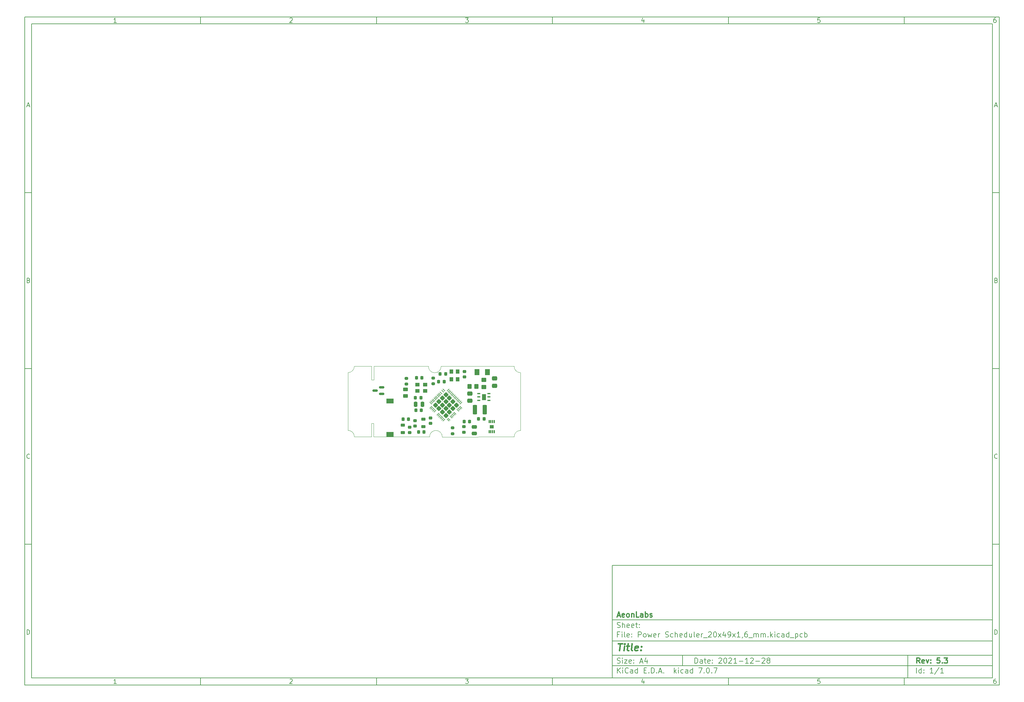
<source format=gbr>
G04 #@! TF.GenerationSoftware,KiCad,Pcbnew,7.0.7*
G04 #@! TF.CreationDate,2023-09-06T15:28:22+02:00*
G04 #@! TF.ProjectId,Power Scheduler_20x49x1_6_mm,506f7765-7220-4536-9368-6564756c6572,5.3*
G04 #@! TF.SameCoordinates,Original*
G04 #@! TF.FileFunction,Paste,Top*
G04 #@! TF.FilePolarity,Positive*
%FSLAX46Y46*%
G04 Gerber Fmt 4.6, Leading zero omitted, Abs format (unit mm)*
G04 Created by KiCad (PCBNEW 7.0.7) date 2023-09-06 15:28:22*
%MOMM*%
%LPD*%
G01*
G04 APERTURE LIST*
G04 Aperture macros list*
%AMRoundRect*
0 Rectangle with rounded corners*
0 $1 Rounding radius*
0 $2 $3 $4 $5 $6 $7 $8 $9 X,Y pos of 4 corners*
0 Add a 4 corners polygon primitive as box body*
4,1,4,$2,$3,$4,$5,$6,$7,$8,$9,$2,$3,0*
0 Add four circle primitives for the rounded corners*
1,1,$1+$1,$2,$3*
1,1,$1+$1,$4,$5*
1,1,$1+$1,$6,$7*
1,1,$1+$1,$8,$9*
0 Add four rect primitives between the rounded corners*
20,1,$1+$1,$2,$3,$4,$5,0*
20,1,$1+$1,$4,$5,$6,$7,0*
20,1,$1+$1,$6,$7,$8,$9,0*
20,1,$1+$1,$8,$9,$2,$3,0*%
G04 Aperture macros list end*
%ADD10C,0.100000*%
%ADD11C,0.150000*%
%ADD12C,0.300000*%
%ADD13C,0.400000*%
%ADD14C,0.010000*%
%ADD15RoundRect,0.225000X-0.250000X0.225000X-0.250000X-0.225000X0.250000X-0.225000X0.250000X0.225000X0*%
%ADD16R,0.840000X0.420000*%
%ADD17RoundRect,0.250001X-0.462499X-0.624999X0.462499X-0.624999X0.462499X0.624999X-0.462499X0.624999X0*%
%ADD18R,0.300000X0.850000*%
%ADD19RoundRect,0.250000X0.475000X-0.250000X0.475000X0.250000X-0.475000X0.250000X-0.475000X-0.250000X0*%
%ADD20RoundRect,0.225000X-0.225000X-0.250000X0.225000X-0.250000X0.225000X0.250000X-0.225000X0.250000X0*%
%ADD21R,1.300000X1.000000*%
%ADD22RoundRect,0.225000X0.225000X0.250000X-0.225000X0.250000X-0.225000X-0.250000X0.225000X-0.250000X0*%
%ADD23RoundRect,0.250000X0.000000X-0.445477X0.445477X0.000000X0.000000X0.445477X-0.445477X0.000000X0*%
%ADD24RoundRect,0.050000X-0.238649X-0.309359X0.309359X0.238649X0.238649X0.309359X-0.309359X-0.238649X0*%
%ADD25RoundRect,0.002500X0.000000X-0.003536X0.003536X0.000000X0.000000X0.003536X-0.003536X0.000000X0*%
%ADD26RoundRect,0.050000X0.238649X-0.309359X0.309359X-0.238649X-0.238649X0.309359X-0.309359X0.238649X0*%
%ADD27RoundRect,0.200000X0.275000X-0.200000X0.275000X0.200000X-0.275000X0.200000X-0.275000X-0.200000X0*%
%ADD28RoundRect,0.250000X-0.450000X0.262500X-0.450000X-0.262500X0.450000X-0.262500X0.450000X0.262500X0*%
%ADD29RoundRect,0.250000X-0.350000X-0.450000X0.350000X-0.450000X0.350000X0.450000X-0.350000X0.450000X0*%
%ADD30RoundRect,0.200000X-0.275000X0.200000X-0.275000X-0.200000X0.275000X-0.200000X0.275000X0.200000X0*%
%ADD31RoundRect,0.225000X0.250000X-0.225000X0.250000X0.225000X-0.250000X0.225000X-0.250000X-0.225000X0*%
%ADD32RoundRect,0.250000X-0.475000X0.337500X-0.475000X-0.337500X0.475000X-0.337500X0.475000X0.337500X0*%
%ADD33R,2.100000X1.400000*%
%ADD34RoundRect,0.218750X0.381250X-0.218750X0.381250X0.218750X-0.381250X0.218750X-0.381250X-0.218750X0*%
%ADD35RoundRect,0.250000X-0.250000X-0.475000X0.250000X-0.475000X0.250000X0.475000X-0.250000X0.475000X0*%
%ADD36RoundRect,0.250000X-0.375000X-1.075000X0.375000X-1.075000X0.375000X1.075000X-0.375000X1.075000X0*%
%ADD37RoundRect,0.250000X0.450000X-0.350000X0.450000X0.350000X-0.450000X0.350000X-0.450000X-0.350000X0*%
%ADD38RoundRect,0.250000X0.475000X-0.337500X0.475000X0.337500X-0.475000X0.337500X-0.475000X-0.337500X0*%
%ADD39R,1.000000X1.300000*%
%ADD40RoundRect,0.150000X0.587500X0.150000X-0.587500X0.150000X-0.587500X-0.150000X0.587500X-0.150000X0*%
G04 #@! TA.AperFunction,Profile*
%ADD41C,0.050000*%
G04 #@! TD*
G04 APERTURE END LIST*
D10*
D11*
X177002200Y-166007200D02*
X285002200Y-166007200D01*
X285002200Y-198007200D01*
X177002200Y-198007200D01*
X177002200Y-166007200D01*
D10*
D11*
X10000000Y-10000000D02*
X287002200Y-10000000D01*
X287002200Y-200007200D01*
X10000000Y-200007200D01*
X10000000Y-10000000D01*
D10*
D11*
X12000000Y-12000000D02*
X285002200Y-12000000D01*
X285002200Y-198007200D01*
X12000000Y-198007200D01*
X12000000Y-12000000D01*
D10*
D11*
X60000000Y-12000000D02*
X60000000Y-10000000D01*
D10*
D11*
X110000000Y-12000000D02*
X110000000Y-10000000D01*
D10*
D11*
X160000000Y-12000000D02*
X160000000Y-10000000D01*
D10*
D11*
X210000000Y-12000000D02*
X210000000Y-10000000D01*
D10*
D11*
X260000000Y-12000000D02*
X260000000Y-10000000D01*
D10*
D11*
X36089160Y-11593604D02*
X35346303Y-11593604D01*
X35717731Y-11593604D02*
X35717731Y-10293604D01*
X35717731Y-10293604D02*
X35593922Y-10479319D01*
X35593922Y-10479319D02*
X35470112Y-10603128D01*
X35470112Y-10603128D02*
X35346303Y-10665033D01*
D10*
D11*
X85346303Y-10417414D02*
X85408207Y-10355509D01*
X85408207Y-10355509D02*
X85532017Y-10293604D01*
X85532017Y-10293604D02*
X85841541Y-10293604D01*
X85841541Y-10293604D02*
X85965350Y-10355509D01*
X85965350Y-10355509D02*
X86027255Y-10417414D01*
X86027255Y-10417414D02*
X86089160Y-10541223D01*
X86089160Y-10541223D02*
X86089160Y-10665033D01*
X86089160Y-10665033D02*
X86027255Y-10850747D01*
X86027255Y-10850747D02*
X85284398Y-11593604D01*
X85284398Y-11593604D02*
X86089160Y-11593604D01*
D10*
D11*
X135284398Y-10293604D02*
X136089160Y-10293604D01*
X136089160Y-10293604D02*
X135655826Y-10788842D01*
X135655826Y-10788842D02*
X135841541Y-10788842D01*
X135841541Y-10788842D02*
X135965350Y-10850747D01*
X135965350Y-10850747D02*
X136027255Y-10912652D01*
X136027255Y-10912652D02*
X136089160Y-11036461D01*
X136089160Y-11036461D02*
X136089160Y-11345985D01*
X136089160Y-11345985D02*
X136027255Y-11469795D01*
X136027255Y-11469795D02*
X135965350Y-11531700D01*
X135965350Y-11531700D02*
X135841541Y-11593604D01*
X135841541Y-11593604D02*
X135470112Y-11593604D01*
X135470112Y-11593604D02*
X135346303Y-11531700D01*
X135346303Y-11531700D02*
X135284398Y-11469795D01*
D10*
D11*
X185965350Y-10726938D02*
X185965350Y-11593604D01*
X185655826Y-10231700D02*
X185346303Y-11160271D01*
X185346303Y-11160271D02*
X186151064Y-11160271D01*
D10*
D11*
X236027255Y-10293604D02*
X235408207Y-10293604D01*
X235408207Y-10293604D02*
X235346303Y-10912652D01*
X235346303Y-10912652D02*
X235408207Y-10850747D01*
X235408207Y-10850747D02*
X235532017Y-10788842D01*
X235532017Y-10788842D02*
X235841541Y-10788842D01*
X235841541Y-10788842D02*
X235965350Y-10850747D01*
X235965350Y-10850747D02*
X236027255Y-10912652D01*
X236027255Y-10912652D02*
X236089160Y-11036461D01*
X236089160Y-11036461D02*
X236089160Y-11345985D01*
X236089160Y-11345985D02*
X236027255Y-11469795D01*
X236027255Y-11469795D02*
X235965350Y-11531700D01*
X235965350Y-11531700D02*
X235841541Y-11593604D01*
X235841541Y-11593604D02*
X235532017Y-11593604D01*
X235532017Y-11593604D02*
X235408207Y-11531700D01*
X235408207Y-11531700D02*
X235346303Y-11469795D01*
D10*
D11*
X285965350Y-10293604D02*
X285717731Y-10293604D01*
X285717731Y-10293604D02*
X285593922Y-10355509D01*
X285593922Y-10355509D02*
X285532017Y-10417414D01*
X285532017Y-10417414D02*
X285408207Y-10603128D01*
X285408207Y-10603128D02*
X285346303Y-10850747D01*
X285346303Y-10850747D02*
X285346303Y-11345985D01*
X285346303Y-11345985D02*
X285408207Y-11469795D01*
X285408207Y-11469795D02*
X285470112Y-11531700D01*
X285470112Y-11531700D02*
X285593922Y-11593604D01*
X285593922Y-11593604D02*
X285841541Y-11593604D01*
X285841541Y-11593604D02*
X285965350Y-11531700D01*
X285965350Y-11531700D02*
X286027255Y-11469795D01*
X286027255Y-11469795D02*
X286089160Y-11345985D01*
X286089160Y-11345985D02*
X286089160Y-11036461D01*
X286089160Y-11036461D02*
X286027255Y-10912652D01*
X286027255Y-10912652D02*
X285965350Y-10850747D01*
X285965350Y-10850747D02*
X285841541Y-10788842D01*
X285841541Y-10788842D02*
X285593922Y-10788842D01*
X285593922Y-10788842D02*
X285470112Y-10850747D01*
X285470112Y-10850747D02*
X285408207Y-10912652D01*
X285408207Y-10912652D02*
X285346303Y-11036461D01*
D10*
D11*
X60000000Y-198007200D02*
X60000000Y-200007200D01*
D10*
D11*
X110000000Y-198007200D02*
X110000000Y-200007200D01*
D10*
D11*
X160000000Y-198007200D02*
X160000000Y-200007200D01*
D10*
D11*
X210000000Y-198007200D02*
X210000000Y-200007200D01*
D10*
D11*
X260000000Y-198007200D02*
X260000000Y-200007200D01*
D10*
D11*
X36089160Y-199600804D02*
X35346303Y-199600804D01*
X35717731Y-199600804D02*
X35717731Y-198300804D01*
X35717731Y-198300804D02*
X35593922Y-198486519D01*
X35593922Y-198486519D02*
X35470112Y-198610328D01*
X35470112Y-198610328D02*
X35346303Y-198672233D01*
D10*
D11*
X85346303Y-198424614D02*
X85408207Y-198362709D01*
X85408207Y-198362709D02*
X85532017Y-198300804D01*
X85532017Y-198300804D02*
X85841541Y-198300804D01*
X85841541Y-198300804D02*
X85965350Y-198362709D01*
X85965350Y-198362709D02*
X86027255Y-198424614D01*
X86027255Y-198424614D02*
X86089160Y-198548423D01*
X86089160Y-198548423D02*
X86089160Y-198672233D01*
X86089160Y-198672233D02*
X86027255Y-198857947D01*
X86027255Y-198857947D02*
X85284398Y-199600804D01*
X85284398Y-199600804D02*
X86089160Y-199600804D01*
D10*
D11*
X135284398Y-198300804D02*
X136089160Y-198300804D01*
X136089160Y-198300804D02*
X135655826Y-198796042D01*
X135655826Y-198796042D02*
X135841541Y-198796042D01*
X135841541Y-198796042D02*
X135965350Y-198857947D01*
X135965350Y-198857947D02*
X136027255Y-198919852D01*
X136027255Y-198919852D02*
X136089160Y-199043661D01*
X136089160Y-199043661D02*
X136089160Y-199353185D01*
X136089160Y-199353185D02*
X136027255Y-199476995D01*
X136027255Y-199476995D02*
X135965350Y-199538900D01*
X135965350Y-199538900D02*
X135841541Y-199600804D01*
X135841541Y-199600804D02*
X135470112Y-199600804D01*
X135470112Y-199600804D02*
X135346303Y-199538900D01*
X135346303Y-199538900D02*
X135284398Y-199476995D01*
D10*
D11*
X185965350Y-198734138D02*
X185965350Y-199600804D01*
X185655826Y-198238900D02*
X185346303Y-199167471D01*
X185346303Y-199167471D02*
X186151064Y-199167471D01*
D10*
D11*
X236027255Y-198300804D02*
X235408207Y-198300804D01*
X235408207Y-198300804D02*
X235346303Y-198919852D01*
X235346303Y-198919852D02*
X235408207Y-198857947D01*
X235408207Y-198857947D02*
X235532017Y-198796042D01*
X235532017Y-198796042D02*
X235841541Y-198796042D01*
X235841541Y-198796042D02*
X235965350Y-198857947D01*
X235965350Y-198857947D02*
X236027255Y-198919852D01*
X236027255Y-198919852D02*
X236089160Y-199043661D01*
X236089160Y-199043661D02*
X236089160Y-199353185D01*
X236089160Y-199353185D02*
X236027255Y-199476995D01*
X236027255Y-199476995D02*
X235965350Y-199538900D01*
X235965350Y-199538900D02*
X235841541Y-199600804D01*
X235841541Y-199600804D02*
X235532017Y-199600804D01*
X235532017Y-199600804D02*
X235408207Y-199538900D01*
X235408207Y-199538900D02*
X235346303Y-199476995D01*
D10*
D11*
X285965350Y-198300804D02*
X285717731Y-198300804D01*
X285717731Y-198300804D02*
X285593922Y-198362709D01*
X285593922Y-198362709D02*
X285532017Y-198424614D01*
X285532017Y-198424614D02*
X285408207Y-198610328D01*
X285408207Y-198610328D02*
X285346303Y-198857947D01*
X285346303Y-198857947D02*
X285346303Y-199353185D01*
X285346303Y-199353185D02*
X285408207Y-199476995D01*
X285408207Y-199476995D02*
X285470112Y-199538900D01*
X285470112Y-199538900D02*
X285593922Y-199600804D01*
X285593922Y-199600804D02*
X285841541Y-199600804D01*
X285841541Y-199600804D02*
X285965350Y-199538900D01*
X285965350Y-199538900D02*
X286027255Y-199476995D01*
X286027255Y-199476995D02*
X286089160Y-199353185D01*
X286089160Y-199353185D02*
X286089160Y-199043661D01*
X286089160Y-199043661D02*
X286027255Y-198919852D01*
X286027255Y-198919852D02*
X285965350Y-198857947D01*
X285965350Y-198857947D02*
X285841541Y-198796042D01*
X285841541Y-198796042D02*
X285593922Y-198796042D01*
X285593922Y-198796042D02*
X285470112Y-198857947D01*
X285470112Y-198857947D02*
X285408207Y-198919852D01*
X285408207Y-198919852D02*
X285346303Y-199043661D01*
D10*
D11*
X10000000Y-60000000D02*
X12000000Y-60000000D01*
D10*
D11*
X10000000Y-110000000D02*
X12000000Y-110000000D01*
D10*
D11*
X10000000Y-160000000D02*
X12000000Y-160000000D01*
D10*
D11*
X10690476Y-35222176D02*
X11309523Y-35222176D01*
X10566666Y-35593604D02*
X10999999Y-34293604D01*
X10999999Y-34293604D02*
X11433333Y-35593604D01*
D10*
D11*
X11092857Y-84912652D02*
X11278571Y-84974557D01*
X11278571Y-84974557D02*
X11340476Y-85036461D01*
X11340476Y-85036461D02*
X11402380Y-85160271D01*
X11402380Y-85160271D02*
X11402380Y-85345985D01*
X11402380Y-85345985D02*
X11340476Y-85469795D01*
X11340476Y-85469795D02*
X11278571Y-85531700D01*
X11278571Y-85531700D02*
X11154761Y-85593604D01*
X11154761Y-85593604D02*
X10659523Y-85593604D01*
X10659523Y-85593604D02*
X10659523Y-84293604D01*
X10659523Y-84293604D02*
X11092857Y-84293604D01*
X11092857Y-84293604D02*
X11216666Y-84355509D01*
X11216666Y-84355509D02*
X11278571Y-84417414D01*
X11278571Y-84417414D02*
X11340476Y-84541223D01*
X11340476Y-84541223D02*
X11340476Y-84665033D01*
X11340476Y-84665033D02*
X11278571Y-84788842D01*
X11278571Y-84788842D02*
X11216666Y-84850747D01*
X11216666Y-84850747D02*
X11092857Y-84912652D01*
X11092857Y-84912652D02*
X10659523Y-84912652D01*
D10*
D11*
X11402380Y-135469795D02*
X11340476Y-135531700D01*
X11340476Y-135531700D02*
X11154761Y-135593604D01*
X11154761Y-135593604D02*
X11030952Y-135593604D01*
X11030952Y-135593604D02*
X10845238Y-135531700D01*
X10845238Y-135531700D02*
X10721428Y-135407890D01*
X10721428Y-135407890D02*
X10659523Y-135284080D01*
X10659523Y-135284080D02*
X10597619Y-135036461D01*
X10597619Y-135036461D02*
X10597619Y-134850747D01*
X10597619Y-134850747D02*
X10659523Y-134603128D01*
X10659523Y-134603128D02*
X10721428Y-134479319D01*
X10721428Y-134479319D02*
X10845238Y-134355509D01*
X10845238Y-134355509D02*
X11030952Y-134293604D01*
X11030952Y-134293604D02*
X11154761Y-134293604D01*
X11154761Y-134293604D02*
X11340476Y-134355509D01*
X11340476Y-134355509D02*
X11402380Y-134417414D01*
D10*
D11*
X10659523Y-185593604D02*
X10659523Y-184293604D01*
X10659523Y-184293604D02*
X10969047Y-184293604D01*
X10969047Y-184293604D02*
X11154761Y-184355509D01*
X11154761Y-184355509D02*
X11278571Y-184479319D01*
X11278571Y-184479319D02*
X11340476Y-184603128D01*
X11340476Y-184603128D02*
X11402380Y-184850747D01*
X11402380Y-184850747D02*
X11402380Y-185036461D01*
X11402380Y-185036461D02*
X11340476Y-185284080D01*
X11340476Y-185284080D02*
X11278571Y-185407890D01*
X11278571Y-185407890D02*
X11154761Y-185531700D01*
X11154761Y-185531700D02*
X10969047Y-185593604D01*
X10969047Y-185593604D02*
X10659523Y-185593604D01*
D10*
D11*
X287002200Y-60000000D02*
X285002200Y-60000000D01*
D10*
D11*
X287002200Y-110000000D02*
X285002200Y-110000000D01*
D10*
D11*
X287002200Y-160000000D02*
X285002200Y-160000000D01*
D10*
D11*
X285692676Y-35222176D02*
X286311723Y-35222176D01*
X285568866Y-35593604D02*
X286002199Y-34293604D01*
X286002199Y-34293604D02*
X286435533Y-35593604D01*
D10*
D11*
X286095057Y-84912652D02*
X286280771Y-84974557D01*
X286280771Y-84974557D02*
X286342676Y-85036461D01*
X286342676Y-85036461D02*
X286404580Y-85160271D01*
X286404580Y-85160271D02*
X286404580Y-85345985D01*
X286404580Y-85345985D02*
X286342676Y-85469795D01*
X286342676Y-85469795D02*
X286280771Y-85531700D01*
X286280771Y-85531700D02*
X286156961Y-85593604D01*
X286156961Y-85593604D02*
X285661723Y-85593604D01*
X285661723Y-85593604D02*
X285661723Y-84293604D01*
X285661723Y-84293604D02*
X286095057Y-84293604D01*
X286095057Y-84293604D02*
X286218866Y-84355509D01*
X286218866Y-84355509D02*
X286280771Y-84417414D01*
X286280771Y-84417414D02*
X286342676Y-84541223D01*
X286342676Y-84541223D02*
X286342676Y-84665033D01*
X286342676Y-84665033D02*
X286280771Y-84788842D01*
X286280771Y-84788842D02*
X286218866Y-84850747D01*
X286218866Y-84850747D02*
X286095057Y-84912652D01*
X286095057Y-84912652D02*
X285661723Y-84912652D01*
D10*
D11*
X286404580Y-135469795D02*
X286342676Y-135531700D01*
X286342676Y-135531700D02*
X286156961Y-135593604D01*
X286156961Y-135593604D02*
X286033152Y-135593604D01*
X286033152Y-135593604D02*
X285847438Y-135531700D01*
X285847438Y-135531700D02*
X285723628Y-135407890D01*
X285723628Y-135407890D02*
X285661723Y-135284080D01*
X285661723Y-135284080D02*
X285599819Y-135036461D01*
X285599819Y-135036461D02*
X285599819Y-134850747D01*
X285599819Y-134850747D02*
X285661723Y-134603128D01*
X285661723Y-134603128D02*
X285723628Y-134479319D01*
X285723628Y-134479319D02*
X285847438Y-134355509D01*
X285847438Y-134355509D02*
X286033152Y-134293604D01*
X286033152Y-134293604D02*
X286156961Y-134293604D01*
X286156961Y-134293604D02*
X286342676Y-134355509D01*
X286342676Y-134355509D02*
X286404580Y-134417414D01*
D10*
D11*
X285661723Y-185593604D02*
X285661723Y-184293604D01*
X285661723Y-184293604D02*
X285971247Y-184293604D01*
X285971247Y-184293604D02*
X286156961Y-184355509D01*
X286156961Y-184355509D02*
X286280771Y-184479319D01*
X286280771Y-184479319D02*
X286342676Y-184603128D01*
X286342676Y-184603128D02*
X286404580Y-184850747D01*
X286404580Y-184850747D02*
X286404580Y-185036461D01*
X286404580Y-185036461D02*
X286342676Y-185284080D01*
X286342676Y-185284080D02*
X286280771Y-185407890D01*
X286280771Y-185407890D02*
X286156961Y-185531700D01*
X286156961Y-185531700D02*
X285971247Y-185593604D01*
X285971247Y-185593604D02*
X285661723Y-185593604D01*
D10*
D11*
X200458026Y-193793328D02*
X200458026Y-192293328D01*
X200458026Y-192293328D02*
X200815169Y-192293328D01*
X200815169Y-192293328D02*
X201029455Y-192364757D01*
X201029455Y-192364757D02*
X201172312Y-192507614D01*
X201172312Y-192507614D02*
X201243741Y-192650471D01*
X201243741Y-192650471D02*
X201315169Y-192936185D01*
X201315169Y-192936185D02*
X201315169Y-193150471D01*
X201315169Y-193150471D02*
X201243741Y-193436185D01*
X201243741Y-193436185D02*
X201172312Y-193579042D01*
X201172312Y-193579042D02*
X201029455Y-193721900D01*
X201029455Y-193721900D02*
X200815169Y-193793328D01*
X200815169Y-193793328D02*
X200458026Y-193793328D01*
X202600884Y-193793328D02*
X202600884Y-193007614D01*
X202600884Y-193007614D02*
X202529455Y-192864757D01*
X202529455Y-192864757D02*
X202386598Y-192793328D01*
X202386598Y-192793328D02*
X202100884Y-192793328D01*
X202100884Y-192793328D02*
X201958026Y-192864757D01*
X202600884Y-193721900D02*
X202458026Y-193793328D01*
X202458026Y-193793328D02*
X202100884Y-193793328D01*
X202100884Y-193793328D02*
X201958026Y-193721900D01*
X201958026Y-193721900D02*
X201886598Y-193579042D01*
X201886598Y-193579042D02*
X201886598Y-193436185D01*
X201886598Y-193436185D02*
X201958026Y-193293328D01*
X201958026Y-193293328D02*
X202100884Y-193221900D01*
X202100884Y-193221900D02*
X202458026Y-193221900D01*
X202458026Y-193221900D02*
X202600884Y-193150471D01*
X203100884Y-192793328D02*
X203672312Y-192793328D01*
X203315169Y-192293328D02*
X203315169Y-193579042D01*
X203315169Y-193579042D02*
X203386598Y-193721900D01*
X203386598Y-193721900D02*
X203529455Y-193793328D01*
X203529455Y-193793328D02*
X203672312Y-193793328D01*
X204743741Y-193721900D02*
X204600884Y-193793328D01*
X204600884Y-193793328D02*
X204315170Y-193793328D01*
X204315170Y-193793328D02*
X204172312Y-193721900D01*
X204172312Y-193721900D02*
X204100884Y-193579042D01*
X204100884Y-193579042D02*
X204100884Y-193007614D01*
X204100884Y-193007614D02*
X204172312Y-192864757D01*
X204172312Y-192864757D02*
X204315170Y-192793328D01*
X204315170Y-192793328D02*
X204600884Y-192793328D01*
X204600884Y-192793328D02*
X204743741Y-192864757D01*
X204743741Y-192864757D02*
X204815170Y-193007614D01*
X204815170Y-193007614D02*
X204815170Y-193150471D01*
X204815170Y-193150471D02*
X204100884Y-193293328D01*
X205458026Y-193650471D02*
X205529455Y-193721900D01*
X205529455Y-193721900D02*
X205458026Y-193793328D01*
X205458026Y-193793328D02*
X205386598Y-193721900D01*
X205386598Y-193721900D02*
X205458026Y-193650471D01*
X205458026Y-193650471D02*
X205458026Y-193793328D01*
X205458026Y-192864757D02*
X205529455Y-192936185D01*
X205529455Y-192936185D02*
X205458026Y-193007614D01*
X205458026Y-193007614D02*
X205386598Y-192936185D01*
X205386598Y-192936185D02*
X205458026Y-192864757D01*
X205458026Y-192864757D02*
X205458026Y-193007614D01*
X207243741Y-192436185D02*
X207315169Y-192364757D01*
X207315169Y-192364757D02*
X207458027Y-192293328D01*
X207458027Y-192293328D02*
X207815169Y-192293328D01*
X207815169Y-192293328D02*
X207958027Y-192364757D01*
X207958027Y-192364757D02*
X208029455Y-192436185D01*
X208029455Y-192436185D02*
X208100884Y-192579042D01*
X208100884Y-192579042D02*
X208100884Y-192721900D01*
X208100884Y-192721900D02*
X208029455Y-192936185D01*
X208029455Y-192936185D02*
X207172312Y-193793328D01*
X207172312Y-193793328D02*
X208100884Y-193793328D01*
X209029455Y-192293328D02*
X209172312Y-192293328D01*
X209172312Y-192293328D02*
X209315169Y-192364757D01*
X209315169Y-192364757D02*
X209386598Y-192436185D01*
X209386598Y-192436185D02*
X209458026Y-192579042D01*
X209458026Y-192579042D02*
X209529455Y-192864757D01*
X209529455Y-192864757D02*
X209529455Y-193221900D01*
X209529455Y-193221900D02*
X209458026Y-193507614D01*
X209458026Y-193507614D02*
X209386598Y-193650471D01*
X209386598Y-193650471D02*
X209315169Y-193721900D01*
X209315169Y-193721900D02*
X209172312Y-193793328D01*
X209172312Y-193793328D02*
X209029455Y-193793328D01*
X209029455Y-193793328D02*
X208886598Y-193721900D01*
X208886598Y-193721900D02*
X208815169Y-193650471D01*
X208815169Y-193650471D02*
X208743740Y-193507614D01*
X208743740Y-193507614D02*
X208672312Y-193221900D01*
X208672312Y-193221900D02*
X208672312Y-192864757D01*
X208672312Y-192864757D02*
X208743740Y-192579042D01*
X208743740Y-192579042D02*
X208815169Y-192436185D01*
X208815169Y-192436185D02*
X208886598Y-192364757D01*
X208886598Y-192364757D02*
X209029455Y-192293328D01*
X210100883Y-192436185D02*
X210172311Y-192364757D01*
X210172311Y-192364757D02*
X210315169Y-192293328D01*
X210315169Y-192293328D02*
X210672311Y-192293328D01*
X210672311Y-192293328D02*
X210815169Y-192364757D01*
X210815169Y-192364757D02*
X210886597Y-192436185D01*
X210886597Y-192436185D02*
X210958026Y-192579042D01*
X210958026Y-192579042D02*
X210958026Y-192721900D01*
X210958026Y-192721900D02*
X210886597Y-192936185D01*
X210886597Y-192936185D02*
X210029454Y-193793328D01*
X210029454Y-193793328D02*
X210958026Y-193793328D01*
X212386597Y-193793328D02*
X211529454Y-193793328D01*
X211958025Y-193793328D02*
X211958025Y-192293328D01*
X211958025Y-192293328D02*
X211815168Y-192507614D01*
X211815168Y-192507614D02*
X211672311Y-192650471D01*
X211672311Y-192650471D02*
X211529454Y-192721900D01*
X213029453Y-193221900D02*
X214172311Y-193221900D01*
X215672311Y-193793328D02*
X214815168Y-193793328D01*
X215243739Y-193793328D02*
X215243739Y-192293328D01*
X215243739Y-192293328D02*
X215100882Y-192507614D01*
X215100882Y-192507614D02*
X214958025Y-192650471D01*
X214958025Y-192650471D02*
X214815168Y-192721900D01*
X216243739Y-192436185D02*
X216315167Y-192364757D01*
X216315167Y-192364757D02*
X216458025Y-192293328D01*
X216458025Y-192293328D02*
X216815167Y-192293328D01*
X216815167Y-192293328D02*
X216958025Y-192364757D01*
X216958025Y-192364757D02*
X217029453Y-192436185D01*
X217029453Y-192436185D02*
X217100882Y-192579042D01*
X217100882Y-192579042D02*
X217100882Y-192721900D01*
X217100882Y-192721900D02*
X217029453Y-192936185D01*
X217029453Y-192936185D02*
X216172310Y-193793328D01*
X216172310Y-193793328D02*
X217100882Y-193793328D01*
X217743738Y-193221900D02*
X218886596Y-193221900D01*
X219529453Y-192436185D02*
X219600881Y-192364757D01*
X219600881Y-192364757D02*
X219743739Y-192293328D01*
X219743739Y-192293328D02*
X220100881Y-192293328D01*
X220100881Y-192293328D02*
X220243739Y-192364757D01*
X220243739Y-192364757D02*
X220315167Y-192436185D01*
X220315167Y-192436185D02*
X220386596Y-192579042D01*
X220386596Y-192579042D02*
X220386596Y-192721900D01*
X220386596Y-192721900D02*
X220315167Y-192936185D01*
X220315167Y-192936185D02*
X219458024Y-193793328D01*
X219458024Y-193793328D02*
X220386596Y-193793328D01*
X221243738Y-192936185D02*
X221100881Y-192864757D01*
X221100881Y-192864757D02*
X221029452Y-192793328D01*
X221029452Y-192793328D02*
X220958024Y-192650471D01*
X220958024Y-192650471D02*
X220958024Y-192579042D01*
X220958024Y-192579042D02*
X221029452Y-192436185D01*
X221029452Y-192436185D02*
X221100881Y-192364757D01*
X221100881Y-192364757D02*
X221243738Y-192293328D01*
X221243738Y-192293328D02*
X221529452Y-192293328D01*
X221529452Y-192293328D02*
X221672310Y-192364757D01*
X221672310Y-192364757D02*
X221743738Y-192436185D01*
X221743738Y-192436185D02*
X221815167Y-192579042D01*
X221815167Y-192579042D02*
X221815167Y-192650471D01*
X221815167Y-192650471D02*
X221743738Y-192793328D01*
X221743738Y-192793328D02*
X221672310Y-192864757D01*
X221672310Y-192864757D02*
X221529452Y-192936185D01*
X221529452Y-192936185D02*
X221243738Y-192936185D01*
X221243738Y-192936185D02*
X221100881Y-193007614D01*
X221100881Y-193007614D02*
X221029452Y-193079042D01*
X221029452Y-193079042D02*
X220958024Y-193221900D01*
X220958024Y-193221900D02*
X220958024Y-193507614D01*
X220958024Y-193507614D02*
X221029452Y-193650471D01*
X221029452Y-193650471D02*
X221100881Y-193721900D01*
X221100881Y-193721900D02*
X221243738Y-193793328D01*
X221243738Y-193793328D02*
X221529452Y-193793328D01*
X221529452Y-193793328D02*
X221672310Y-193721900D01*
X221672310Y-193721900D02*
X221743738Y-193650471D01*
X221743738Y-193650471D02*
X221815167Y-193507614D01*
X221815167Y-193507614D02*
X221815167Y-193221900D01*
X221815167Y-193221900D02*
X221743738Y-193079042D01*
X221743738Y-193079042D02*
X221672310Y-193007614D01*
X221672310Y-193007614D02*
X221529452Y-192936185D01*
D10*
D11*
X177002200Y-194507200D02*
X285002200Y-194507200D01*
D10*
D11*
X178458026Y-196593328D02*
X178458026Y-195093328D01*
X179315169Y-196593328D02*
X178672312Y-195736185D01*
X179315169Y-195093328D02*
X178458026Y-195950471D01*
X179958026Y-196593328D02*
X179958026Y-195593328D01*
X179958026Y-195093328D02*
X179886598Y-195164757D01*
X179886598Y-195164757D02*
X179958026Y-195236185D01*
X179958026Y-195236185D02*
X180029455Y-195164757D01*
X180029455Y-195164757D02*
X179958026Y-195093328D01*
X179958026Y-195093328D02*
X179958026Y-195236185D01*
X181529455Y-196450471D02*
X181458027Y-196521900D01*
X181458027Y-196521900D02*
X181243741Y-196593328D01*
X181243741Y-196593328D02*
X181100884Y-196593328D01*
X181100884Y-196593328D02*
X180886598Y-196521900D01*
X180886598Y-196521900D02*
X180743741Y-196379042D01*
X180743741Y-196379042D02*
X180672312Y-196236185D01*
X180672312Y-196236185D02*
X180600884Y-195950471D01*
X180600884Y-195950471D02*
X180600884Y-195736185D01*
X180600884Y-195736185D02*
X180672312Y-195450471D01*
X180672312Y-195450471D02*
X180743741Y-195307614D01*
X180743741Y-195307614D02*
X180886598Y-195164757D01*
X180886598Y-195164757D02*
X181100884Y-195093328D01*
X181100884Y-195093328D02*
X181243741Y-195093328D01*
X181243741Y-195093328D02*
X181458027Y-195164757D01*
X181458027Y-195164757D02*
X181529455Y-195236185D01*
X182815170Y-196593328D02*
X182815170Y-195807614D01*
X182815170Y-195807614D02*
X182743741Y-195664757D01*
X182743741Y-195664757D02*
X182600884Y-195593328D01*
X182600884Y-195593328D02*
X182315170Y-195593328D01*
X182315170Y-195593328D02*
X182172312Y-195664757D01*
X182815170Y-196521900D02*
X182672312Y-196593328D01*
X182672312Y-196593328D02*
X182315170Y-196593328D01*
X182315170Y-196593328D02*
X182172312Y-196521900D01*
X182172312Y-196521900D02*
X182100884Y-196379042D01*
X182100884Y-196379042D02*
X182100884Y-196236185D01*
X182100884Y-196236185D02*
X182172312Y-196093328D01*
X182172312Y-196093328D02*
X182315170Y-196021900D01*
X182315170Y-196021900D02*
X182672312Y-196021900D01*
X182672312Y-196021900D02*
X182815170Y-195950471D01*
X184172313Y-196593328D02*
X184172313Y-195093328D01*
X184172313Y-196521900D02*
X184029455Y-196593328D01*
X184029455Y-196593328D02*
X183743741Y-196593328D01*
X183743741Y-196593328D02*
X183600884Y-196521900D01*
X183600884Y-196521900D02*
X183529455Y-196450471D01*
X183529455Y-196450471D02*
X183458027Y-196307614D01*
X183458027Y-196307614D02*
X183458027Y-195879042D01*
X183458027Y-195879042D02*
X183529455Y-195736185D01*
X183529455Y-195736185D02*
X183600884Y-195664757D01*
X183600884Y-195664757D02*
X183743741Y-195593328D01*
X183743741Y-195593328D02*
X184029455Y-195593328D01*
X184029455Y-195593328D02*
X184172313Y-195664757D01*
X186029455Y-195807614D02*
X186529455Y-195807614D01*
X186743741Y-196593328D02*
X186029455Y-196593328D01*
X186029455Y-196593328D02*
X186029455Y-195093328D01*
X186029455Y-195093328D02*
X186743741Y-195093328D01*
X187386598Y-196450471D02*
X187458027Y-196521900D01*
X187458027Y-196521900D02*
X187386598Y-196593328D01*
X187386598Y-196593328D02*
X187315170Y-196521900D01*
X187315170Y-196521900D02*
X187386598Y-196450471D01*
X187386598Y-196450471D02*
X187386598Y-196593328D01*
X188100884Y-196593328D02*
X188100884Y-195093328D01*
X188100884Y-195093328D02*
X188458027Y-195093328D01*
X188458027Y-195093328D02*
X188672313Y-195164757D01*
X188672313Y-195164757D02*
X188815170Y-195307614D01*
X188815170Y-195307614D02*
X188886599Y-195450471D01*
X188886599Y-195450471D02*
X188958027Y-195736185D01*
X188958027Y-195736185D02*
X188958027Y-195950471D01*
X188958027Y-195950471D02*
X188886599Y-196236185D01*
X188886599Y-196236185D02*
X188815170Y-196379042D01*
X188815170Y-196379042D02*
X188672313Y-196521900D01*
X188672313Y-196521900D02*
X188458027Y-196593328D01*
X188458027Y-196593328D02*
X188100884Y-196593328D01*
X189600884Y-196450471D02*
X189672313Y-196521900D01*
X189672313Y-196521900D02*
X189600884Y-196593328D01*
X189600884Y-196593328D02*
X189529456Y-196521900D01*
X189529456Y-196521900D02*
X189600884Y-196450471D01*
X189600884Y-196450471D02*
X189600884Y-196593328D01*
X190243742Y-196164757D02*
X190958028Y-196164757D01*
X190100885Y-196593328D02*
X190600885Y-195093328D01*
X190600885Y-195093328D02*
X191100885Y-196593328D01*
X191600884Y-196450471D02*
X191672313Y-196521900D01*
X191672313Y-196521900D02*
X191600884Y-196593328D01*
X191600884Y-196593328D02*
X191529456Y-196521900D01*
X191529456Y-196521900D02*
X191600884Y-196450471D01*
X191600884Y-196450471D02*
X191600884Y-196593328D01*
X194600884Y-196593328D02*
X194600884Y-195093328D01*
X194743742Y-196021900D02*
X195172313Y-196593328D01*
X195172313Y-195593328D02*
X194600884Y-196164757D01*
X195815170Y-196593328D02*
X195815170Y-195593328D01*
X195815170Y-195093328D02*
X195743742Y-195164757D01*
X195743742Y-195164757D02*
X195815170Y-195236185D01*
X195815170Y-195236185D02*
X195886599Y-195164757D01*
X195886599Y-195164757D02*
X195815170Y-195093328D01*
X195815170Y-195093328D02*
X195815170Y-195236185D01*
X197172314Y-196521900D02*
X197029456Y-196593328D01*
X197029456Y-196593328D02*
X196743742Y-196593328D01*
X196743742Y-196593328D02*
X196600885Y-196521900D01*
X196600885Y-196521900D02*
X196529456Y-196450471D01*
X196529456Y-196450471D02*
X196458028Y-196307614D01*
X196458028Y-196307614D02*
X196458028Y-195879042D01*
X196458028Y-195879042D02*
X196529456Y-195736185D01*
X196529456Y-195736185D02*
X196600885Y-195664757D01*
X196600885Y-195664757D02*
X196743742Y-195593328D01*
X196743742Y-195593328D02*
X197029456Y-195593328D01*
X197029456Y-195593328D02*
X197172314Y-195664757D01*
X198458028Y-196593328D02*
X198458028Y-195807614D01*
X198458028Y-195807614D02*
X198386599Y-195664757D01*
X198386599Y-195664757D02*
X198243742Y-195593328D01*
X198243742Y-195593328D02*
X197958028Y-195593328D01*
X197958028Y-195593328D02*
X197815170Y-195664757D01*
X198458028Y-196521900D02*
X198315170Y-196593328D01*
X198315170Y-196593328D02*
X197958028Y-196593328D01*
X197958028Y-196593328D02*
X197815170Y-196521900D01*
X197815170Y-196521900D02*
X197743742Y-196379042D01*
X197743742Y-196379042D02*
X197743742Y-196236185D01*
X197743742Y-196236185D02*
X197815170Y-196093328D01*
X197815170Y-196093328D02*
X197958028Y-196021900D01*
X197958028Y-196021900D02*
X198315170Y-196021900D01*
X198315170Y-196021900D02*
X198458028Y-195950471D01*
X199815171Y-196593328D02*
X199815171Y-195093328D01*
X199815171Y-196521900D02*
X199672313Y-196593328D01*
X199672313Y-196593328D02*
X199386599Y-196593328D01*
X199386599Y-196593328D02*
X199243742Y-196521900D01*
X199243742Y-196521900D02*
X199172313Y-196450471D01*
X199172313Y-196450471D02*
X199100885Y-196307614D01*
X199100885Y-196307614D02*
X199100885Y-195879042D01*
X199100885Y-195879042D02*
X199172313Y-195736185D01*
X199172313Y-195736185D02*
X199243742Y-195664757D01*
X199243742Y-195664757D02*
X199386599Y-195593328D01*
X199386599Y-195593328D02*
X199672313Y-195593328D01*
X199672313Y-195593328D02*
X199815171Y-195664757D01*
X201529456Y-195093328D02*
X202529456Y-195093328D01*
X202529456Y-195093328D02*
X201886599Y-196593328D01*
X203100884Y-196450471D02*
X203172313Y-196521900D01*
X203172313Y-196521900D02*
X203100884Y-196593328D01*
X203100884Y-196593328D02*
X203029456Y-196521900D01*
X203029456Y-196521900D02*
X203100884Y-196450471D01*
X203100884Y-196450471D02*
X203100884Y-196593328D01*
X204100885Y-195093328D02*
X204243742Y-195093328D01*
X204243742Y-195093328D02*
X204386599Y-195164757D01*
X204386599Y-195164757D02*
X204458028Y-195236185D01*
X204458028Y-195236185D02*
X204529456Y-195379042D01*
X204529456Y-195379042D02*
X204600885Y-195664757D01*
X204600885Y-195664757D02*
X204600885Y-196021900D01*
X204600885Y-196021900D02*
X204529456Y-196307614D01*
X204529456Y-196307614D02*
X204458028Y-196450471D01*
X204458028Y-196450471D02*
X204386599Y-196521900D01*
X204386599Y-196521900D02*
X204243742Y-196593328D01*
X204243742Y-196593328D02*
X204100885Y-196593328D01*
X204100885Y-196593328D02*
X203958028Y-196521900D01*
X203958028Y-196521900D02*
X203886599Y-196450471D01*
X203886599Y-196450471D02*
X203815170Y-196307614D01*
X203815170Y-196307614D02*
X203743742Y-196021900D01*
X203743742Y-196021900D02*
X203743742Y-195664757D01*
X203743742Y-195664757D02*
X203815170Y-195379042D01*
X203815170Y-195379042D02*
X203886599Y-195236185D01*
X203886599Y-195236185D02*
X203958028Y-195164757D01*
X203958028Y-195164757D02*
X204100885Y-195093328D01*
X205243741Y-196450471D02*
X205315170Y-196521900D01*
X205315170Y-196521900D02*
X205243741Y-196593328D01*
X205243741Y-196593328D02*
X205172313Y-196521900D01*
X205172313Y-196521900D02*
X205243741Y-196450471D01*
X205243741Y-196450471D02*
X205243741Y-196593328D01*
X205815170Y-195093328D02*
X206815170Y-195093328D01*
X206815170Y-195093328D02*
X206172313Y-196593328D01*
D10*
D11*
X177002200Y-191507200D02*
X285002200Y-191507200D01*
D10*
D12*
X264413853Y-193785528D02*
X263913853Y-193071242D01*
X263556710Y-193785528D02*
X263556710Y-192285528D01*
X263556710Y-192285528D02*
X264128139Y-192285528D01*
X264128139Y-192285528D02*
X264270996Y-192356957D01*
X264270996Y-192356957D02*
X264342425Y-192428385D01*
X264342425Y-192428385D02*
X264413853Y-192571242D01*
X264413853Y-192571242D02*
X264413853Y-192785528D01*
X264413853Y-192785528D02*
X264342425Y-192928385D01*
X264342425Y-192928385D02*
X264270996Y-192999814D01*
X264270996Y-192999814D02*
X264128139Y-193071242D01*
X264128139Y-193071242D02*
X263556710Y-193071242D01*
X265628139Y-193714100D02*
X265485282Y-193785528D01*
X265485282Y-193785528D02*
X265199568Y-193785528D01*
X265199568Y-193785528D02*
X265056710Y-193714100D01*
X265056710Y-193714100D02*
X264985282Y-193571242D01*
X264985282Y-193571242D02*
X264985282Y-192999814D01*
X264985282Y-192999814D02*
X265056710Y-192856957D01*
X265056710Y-192856957D02*
X265199568Y-192785528D01*
X265199568Y-192785528D02*
X265485282Y-192785528D01*
X265485282Y-192785528D02*
X265628139Y-192856957D01*
X265628139Y-192856957D02*
X265699568Y-192999814D01*
X265699568Y-192999814D02*
X265699568Y-193142671D01*
X265699568Y-193142671D02*
X264985282Y-193285528D01*
X266199567Y-192785528D02*
X266556710Y-193785528D01*
X266556710Y-193785528D02*
X266913853Y-192785528D01*
X267485281Y-193642671D02*
X267556710Y-193714100D01*
X267556710Y-193714100D02*
X267485281Y-193785528D01*
X267485281Y-193785528D02*
X267413853Y-193714100D01*
X267413853Y-193714100D02*
X267485281Y-193642671D01*
X267485281Y-193642671D02*
X267485281Y-193785528D01*
X267485281Y-192856957D02*
X267556710Y-192928385D01*
X267556710Y-192928385D02*
X267485281Y-192999814D01*
X267485281Y-192999814D02*
X267413853Y-192928385D01*
X267413853Y-192928385D02*
X267485281Y-192856957D01*
X267485281Y-192856957D02*
X267485281Y-192999814D01*
X270056710Y-192285528D02*
X269342424Y-192285528D01*
X269342424Y-192285528D02*
X269270996Y-192999814D01*
X269270996Y-192999814D02*
X269342424Y-192928385D01*
X269342424Y-192928385D02*
X269485282Y-192856957D01*
X269485282Y-192856957D02*
X269842424Y-192856957D01*
X269842424Y-192856957D02*
X269985282Y-192928385D01*
X269985282Y-192928385D02*
X270056710Y-192999814D01*
X270056710Y-192999814D02*
X270128139Y-193142671D01*
X270128139Y-193142671D02*
X270128139Y-193499814D01*
X270128139Y-193499814D02*
X270056710Y-193642671D01*
X270056710Y-193642671D02*
X269985282Y-193714100D01*
X269985282Y-193714100D02*
X269842424Y-193785528D01*
X269842424Y-193785528D02*
X269485282Y-193785528D01*
X269485282Y-193785528D02*
X269342424Y-193714100D01*
X269342424Y-193714100D02*
X269270996Y-193642671D01*
X270770995Y-193642671D02*
X270842424Y-193714100D01*
X270842424Y-193714100D02*
X270770995Y-193785528D01*
X270770995Y-193785528D02*
X270699567Y-193714100D01*
X270699567Y-193714100D02*
X270770995Y-193642671D01*
X270770995Y-193642671D02*
X270770995Y-193785528D01*
X271342424Y-192285528D02*
X272270996Y-192285528D01*
X272270996Y-192285528D02*
X271770996Y-192856957D01*
X271770996Y-192856957D02*
X271985281Y-192856957D01*
X271985281Y-192856957D02*
X272128139Y-192928385D01*
X272128139Y-192928385D02*
X272199567Y-192999814D01*
X272199567Y-192999814D02*
X272270996Y-193142671D01*
X272270996Y-193142671D02*
X272270996Y-193499814D01*
X272270996Y-193499814D02*
X272199567Y-193642671D01*
X272199567Y-193642671D02*
X272128139Y-193714100D01*
X272128139Y-193714100D02*
X271985281Y-193785528D01*
X271985281Y-193785528D02*
X271556710Y-193785528D01*
X271556710Y-193785528D02*
X271413853Y-193714100D01*
X271413853Y-193714100D02*
X271342424Y-193642671D01*
D10*
D11*
X178386598Y-193721900D02*
X178600884Y-193793328D01*
X178600884Y-193793328D02*
X178958026Y-193793328D01*
X178958026Y-193793328D02*
X179100884Y-193721900D01*
X179100884Y-193721900D02*
X179172312Y-193650471D01*
X179172312Y-193650471D02*
X179243741Y-193507614D01*
X179243741Y-193507614D02*
X179243741Y-193364757D01*
X179243741Y-193364757D02*
X179172312Y-193221900D01*
X179172312Y-193221900D02*
X179100884Y-193150471D01*
X179100884Y-193150471D02*
X178958026Y-193079042D01*
X178958026Y-193079042D02*
X178672312Y-193007614D01*
X178672312Y-193007614D02*
X178529455Y-192936185D01*
X178529455Y-192936185D02*
X178458026Y-192864757D01*
X178458026Y-192864757D02*
X178386598Y-192721900D01*
X178386598Y-192721900D02*
X178386598Y-192579042D01*
X178386598Y-192579042D02*
X178458026Y-192436185D01*
X178458026Y-192436185D02*
X178529455Y-192364757D01*
X178529455Y-192364757D02*
X178672312Y-192293328D01*
X178672312Y-192293328D02*
X179029455Y-192293328D01*
X179029455Y-192293328D02*
X179243741Y-192364757D01*
X179886597Y-193793328D02*
X179886597Y-192793328D01*
X179886597Y-192293328D02*
X179815169Y-192364757D01*
X179815169Y-192364757D02*
X179886597Y-192436185D01*
X179886597Y-192436185D02*
X179958026Y-192364757D01*
X179958026Y-192364757D02*
X179886597Y-192293328D01*
X179886597Y-192293328D02*
X179886597Y-192436185D01*
X180458026Y-192793328D02*
X181243741Y-192793328D01*
X181243741Y-192793328D02*
X180458026Y-193793328D01*
X180458026Y-193793328D02*
X181243741Y-193793328D01*
X182386598Y-193721900D02*
X182243741Y-193793328D01*
X182243741Y-193793328D02*
X181958027Y-193793328D01*
X181958027Y-193793328D02*
X181815169Y-193721900D01*
X181815169Y-193721900D02*
X181743741Y-193579042D01*
X181743741Y-193579042D02*
X181743741Y-193007614D01*
X181743741Y-193007614D02*
X181815169Y-192864757D01*
X181815169Y-192864757D02*
X181958027Y-192793328D01*
X181958027Y-192793328D02*
X182243741Y-192793328D01*
X182243741Y-192793328D02*
X182386598Y-192864757D01*
X182386598Y-192864757D02*
X182458027Y-193007614D01*
X182458027Y-193007614D02*
X182458027Y-193150471D01*
X182458027Y-193150471D02*
X181743741Y-193293328D01*
X183100883Y-193650471D02*
X183172312Y-193721900D01*
X183172312Y-193721900D02*
X183100883Y-193793328D01*
X183100883Y-193793328D02*
X183029455Y-193721900D01*
X183029455Y-193721900D02*
X183100883Y-193650471D01*
X183100883Y-193650471D02*
X183100883Y-193793328D01*
X183100883Y-192864757D02*
X183172312Y-192936185D01*
X183172312Y-192936185D02*
X183100883Y-193007614D01*
X183100883Y-193007614D02*
X183029455Y-192936185D01*
X183029455Y-192936185D02*
X183100883Y-192864757D01*
X183100883Y-192864757D02*
X183100883Y-193007614D01*
X184886598Y-193364757D02*
X185600884Y-193364757D01*
X184743741Y-193793328D02*
X185243741Y-192293328D01*
X185243741Y-192293328D02*
X185743741Y-193793328D01*
X186886598Y-192793328D02*
X186886598Y-193793328D01*
X186529455Y-192221900D02*
X186172312Y-193293328D01*
X186172312Y-193293328D02*
X187100883Y-193293328D01*
D10*
D11*
X263458026Y-196593328D02*
X263458026Y-195093328D01*
X264815170Y-196593328D02*
X264815170Y-195093328D01*
X264815170Y-196521900D02*
X264672312Y-196593328D01*
X264672312Y-196593328D02*
X264386598Y-196593328D01*
X264386598Y-196593328D02*
X264243741Y-196521900D01*
X264243741Y-196521900D02*
X264172312Y-196450471D01*
X264172312Y-196450471D02*
X264100884Y-196307614D01*
X264100884Y-196307614D02*
X264100884Y-195879042D01*
X264100884Y-195879042D02*
X264172312Y-195736185D01*
X264172312Y-195736185D02*
X264243741Y-195664757D01*
X264243741Y-195664757D02*
X264386598Y-195593328D01*
X264386598Y-195593328D02*
X264672312Y-195593328D01*
X264672312Y-195593328D02*
X264815170Y-195664757D01*
X265529455Y-196450471D02*
X265600884Y-196521900D01*
X265600884Y-196521900D02*
X265529455Y-196593328D01*
X265529455Y-196593328D02*
X265458027Y-196521900D01*
X265458027Y-196521900D02*
X265529455Y-196450471D01*
X265529455Y-196450471D02*
X265529455Y-196593328D01*
X265529455Y-195664757D02*
X265600884Y-195736185D01*
X265600884Y-195736185D02*
X265529455Y-195807614D01*
X265529455Y-195807614D02*
X265458027Y-195736185D01*
X265458027Y-195736185D02*
X265529455Y-195664757D01*
X265529455Y-195664757D02*
X265529455Y-195807614D01*
X268172313Y-196593328D02*
X267315170Y-196593328D01*
X267743741Y-196593328D02*
X267743741Y-195093328D01*
X267743741Y-195093328D02*
X267600884Y-195307614D01*
X267600884Y-195307614D02*
X267458027Y-195450471D01*
X267458027Y-195450471D02*
X267315170Y-195521900D01*
X269886598Y-195021900D02*
X268600884Y-196950471D01*
X271172313Y-196593328D02*
X270315170Y-196593328D01*
X270743741Y-196593328D02*
X270743741Y-195093328D01*
X270743741Y-195093328D02*
X270600884Y-195307614D01*
X270600884Y-195307614D02*
X270458027Y-195450471D01*
X270458027Y-195450471D02*
X270315170Y-195521900D01*
D10*
D11*
X177002200Y-187507200D02*
X285002200Y-187507200D01*
D10*
D13*
X178693928Y-188211638D02*
X179836785Y-188211638D01*
X179015357Y-190211638D02*
X179265357Y-188211638D01*
X180253452Y-190211638D02*
X180420119Y-188878304D01*
X180503452Y-188211638D02*
X180396309Y-188306876D01*
X180396309Y-188306876D02*
X180479643Y-188402114D01*
X180479643Y-188402114D02*
X180586786Y-188306876D01*
X180586786Y-188306876D02*
X180503452Y-188211638D01*
X180503452Y-188211638D02*
X180479643Y-188402114D01*
X181086786Y-188878304D02*
X181848690Y-188878304D01*
X181455833Y-188211638D02*
X181241548Y-189925923D01*
X181241548Y-189925923D02*
X181312976Y-190116400D01*
X181312976Y-190116400D02*
X181491548Y-190211638D01*
X181491548Y-190211638D02*
X181682024Y-190211638D01*
X182634405Y-190211638D02*
X182455833Y-190116400D01*
X182455833Y-190116400D02*
X182384405Y-189925923D01*
X182384405Y-189925923D02*
X182598690Y-188211638D01*
X184170119Y-190116400D02*
X183967738Y-190211638D01*
X183967738Y-190211638D02*
X183586785Y-190211638D01*
X183586785Y-190211638D02*
X183408214Y-190116400D01*
X183408214Y-190116400D02*
X183336785Y-189925923D01*
X183336785Y-189925923D02*
X183432024Y-189164019D01*
X183432024Y-189164019D02*
X183551071Y-188973542D01*
X183551071Y-188973542D02*
X183753452Y-188878304D01*
X183753452Y-188878304D02*
X184134404Y-188878304D01*
X184134404Y-188878304D02*
X184312976Y-188973542D01*
X184312976Y-188973542D02*
X184384404Y-189164019D01*
X184384404Y-189164019D02*
X184360595Y-189354495D01*
X184360595Y-189354495D02*
X183384404Y-189544971D01*
X185134405Y-190021161D02*
X185217738Y-190116400D01*
X185217738Y-190116400D02*
X185110595Y-190211638D01*
X185110595Y-190211638D02*
X185027262Y-190116400D01*
X185027262Y-190116400D02*
X185134405Y-190021161D01*
X185134405Y-190021161D02*
X185110595Y-190211638D01*
X185265357Y-188973542D02*
X185348690Y-189068780D01*
X185348690Y-189068780D02*
X185241548Y-189164019D01*
X185241548Y-189164019D02*
X185158214Y-189068780D01*
X185158214Y-189068780D02*
X185265357Y-188973542D01*
X185265357Y-188973542D02*
X185241548Y-189164019D01*
D10*
D11*
X178958026Y-185607614D02*
X178458026Y-185607614D01*
X178458026Y-186393328D02*
X178458026Y-184893328D01*
X178458026Y-184893328D02*
X179172312Y-184893328D01*
X179743740Y-186393328D02*
X179743740Y-185393328D01*
X179743740Y-184893328D02*
X179672312Y-184964757D01*
X179672312Y-184964757D02*
X179743740Y-185036185D01*
X179743740Y-185036185D02*
X179815169Y-184964757D01*
X179815169Y-184964757D02*
X179743740Y-184893328D01*
X179743740Y-184893328D02*
X179743740Y-185036185D01*
X180672312Y-186393328D02*
X180529455Y-186321900D01*
X180529455Y-186321900D02*
X180458026Y-186179042D01*
X180458026Y-186179042D02*
X180458026Y-184893328D01*
X181815169Y-186321900D02*
X181672312Y-186393328D01*
X181672312Y-186393328D02*
X181386598Y-186393328D01*
X181386598Y-186393328D02*
X181243740Y-186321900D01*
X181243740Y-186321900D02*
X181172312Y-186179042D01*
X181172312Y-186179042D02*
X181172312Y-185607614D01*
X181172312Y-185607614D02*
X181243740Y-185464757D01*
X181243740Y-185464757D02*
X181386598Y-185393328D01*
X181386598Y-185393328D02*
X181672312Y-185393328D01*
X181672312Y-185393328D02*
X181815169Y-185464757D01*
X181815169Y-185464757D02*
X181886598Y-185607614D01*
X181886598Y-185607614D02*
X181886598Y-185750471D01*
X181886598Y-185750471D02*
X181172312Y-185893328D01*
X182529454Y-186250471D02*
X182600883Y-186321900D01*
X182600883Y-186321900D02*
X182529454Y-186393328D01*
X182529454Y-186393328D02*
X182458026Y-186321900D01*
X182458026Y-186321900D02*
X182529454Y-186250471D01*
X182529454Y-186250471D02*
X182529454Y-186393328D01*
X182529454Y-185464757D02*
X182600883Y-185536185D01*
X182600883Y-185536185D02*
X182529454Y-185607614D01*
X182529454Y-185607614D02*
X182458026Y-185536185D01*
X182458026Y-185536185D02*
X182529454Y-185464757D01*
X182529454Y-185464757D02*
X182529454Y-185607614D01*
X184386597Y-186393328D02*
X184386597Y-184893328D01*
X184386597Y-184893328D02*
X184958026Y-184893328D01*
X184958026Y-184893328D02*
X185100883Y-184964757D01*
X185100883Y-184964757D02*
X185172312Y-185036185D01*
X185172312Y-185036185D02*
X185243740Y-185179042D01*
X185243740Y-185179042D02*
X185243740Y-185393328D01*
X185243740Y-185393328D02*
X185172312Y-185536185D01*
X185172312Y-185536185D02*
X185100883Y-185607614D01*
X185100883Y-185607614D02*
X184958026Y-185679042D01*
X184958026Y-185679042D02*
X184386597Y-185679042D01*
X186100883Y-186393328D02*
X185958026Y-186321900D01*
X185958026Y-186321900D02*
X185886597Y-186250471D01*
X185886597Y-186250471D02*
X185815169Y-186107614D01*
X185815169Y-186107614D02*
X185815169Y-185679042D01*
X185815169Y-185679042D02*
X185886597Y-185536185D01*
X185886597Y-185536185D02*
X185958026Y-185464757D01*
X185958026Y-185464757D02*
X186100883Y-185393328D01*
X186100883Y-185393328D02*
X186315169Y-185393328D01*
X186315169Y-185393328D02*
X186458026Y-185464757D01*
X186458026Y-185464757D02*
X186529455Y-185536185D01*
X186529455Y-185536185D02*
X186600883Y-185679042D01*
X186600883Y-185679042D02*
X186600883Y-186107614D01*
X186600883Y-186107614D02*
X186529455Y-186250471D01*
X186529455Y-186250471D02*
X186458026Y-186321900D01*
X186458026Y-186321900D02*
X186315169Y-186393328D01*
X186315169Y-186393328D02*
X186100883Y-186393328D01*
X187100883Y-185393328D02*
X187386598Y-186393328D01*
X187386598Y-186393328D02*
X187672312Y-185679042D01*
X187672312Y-185679042D02*
X187958026Y-186393328D01*
X187958026Y-186393328D02*
X188243740Y-185393328D01*
X189386598Y-186321900D02*
X189243741Y-186393328D01*
X189243741Y-186393328D02*
X188958027Y-186393328D01*
X188958027Y-186393328D02*
X188815169Y-186321900D01*
X188815169Y-186321900D02*
X188743741Y-186179042D01*
X188743741Y-186179042D02*
X188743741Y-185607614D01*
X188743741Y-185607614D02*
X188815169Y-185464757D01*
X188815169Y-185464757D02*
X188958027Y-185393328D01*
X188958027Y-185393328D02*
X189243741Y-185393328D01*
X189243741Y-185393328D02*
X189386598Y-185464757D01*
X189386598Y-185464757D02*
X189458027Y-185607614D01*
X189458027Y-185607614D02*
X189458027Y-185750471D01*
X189458027Y-185750471D02*
X188743741Y-185893328D01*
X190100883Y-186393328D02*
X190100883Y-185393328D01*
X190100883Y-185679042D02*
X190172312Y-185536185D01*
X190172312Y-185536185D02*
X190243741Y-185464757D01*
X190243741Y-185464757D02*
X190386598Y-185393328D01*
X190386598Y-185393328D02*
X190529455Y-185393328D01*
X192100883Y-186321900D02*
X192315169Y-186393328D01*
X192315169Y-186393328D02*
X192672311Y-186393328D01*
X192672311Y-186393328D02*
X192815169Y-186321900D01*
X192815169Y-186321900D02*
X192886597Y-186250471D01*
X192886597Y-186250471D02*
X192958026Y-186107614D01*
X192958026Y-186107614D02*
X192958026Y-185964757D01*
X192958026Y-185964757D02*
X192886597Y-185821900D01*
X192886597Y-185821900D02*
X192815169Y-185750471D01*
X192815169Y-185750471D02*
X192672311Y-185679042D01*
X192672311Y-185679042D02*
X192386597Y-185607614D01*
X192386597Y-185607614D02*
X192243740Y-185536185D01*
X192243740Y-185536185D02*
X192172311Y-185464757D01*
X192172311Y-185464757D02*
X192100883Y-185321900D01*
X192100883Y-185321900D02*
X192100883Y-185179042D01*
X192100883Y-185179042D02*
X192172311Y-185036185D01*
X192172311Y-185036185D02*
X192243740Y-184964757D01*
X192243740Y-184964757D02*
X192386597Y-184893328D01*
X192386597Y-184893328D02*
X192743740Y-184893328D01*
X192743740Y-184893328D02*
X192958026Y-184964757D01*
X194243740Y-186321900D02*
X194100882Y-186393328D01*
X194100882Y-186393328D02*
X193815168Y-186393328D01*
X193815168Y-186393328D02*
X193672311Y-186321900D01*
X193672311Y-186321900D02*
X193600882Y-186250471D01*
X193600882Y-186250471D02*
X193529454Y-186107614D01*
X193529454Y-186107614D02*
X193529454Y-185679042D01*
X193529454Y-185679042D02*
X193600882Y-185536185D01*
X193600882Y-185536185D02*
X193672311Y-185464757D01*
X193672311Y-185464757D02*
X193815168Y-185393328D01*
X193815168Y-185393328D02*
X194100882Y-185393328D01*
X194100882Y-185393328D02*
X194243740Y-185464757D01*
X194886596Y-186393328D02*
X194886596Y-184893328D01*
X195529454Y-186393328D02*
X195529454Y-185607614D01*
X195529454Y-185607614D02*
X195458025Y-185464757D01*
X195458025Y-185464757D02*
X195315168Y-185393328D01*
X195315168Y-185393328D02*
X195100882Y-185393328D01*
X195100882Y-185393328D02*
X194958025Y-185464757D01*
X194958025Y-185464757D02*
X194886596Y-185536185D01*
X196815168Y-186321900D02*
X196672311Y-186393328D01*
X196672311Y-186393328D02*
X196386597Y-186393328D01*
X196386597Y-186393328D02*
X196243739Y-186321900D01*
X196243739Y-186321900D02*
X196172311Y-186179042D01*
X196172311Y-186179042D02*
X196172311Y-185607614D01*
X196172311Y-185607614D02*
X196243739Y-185464757D01*
X196243739Y-185464757D02*
X196386597Y-185393328D01*
X196386597Y-185393328D02*
X196672311Y-185393328D01*
X196672311Y-185393328D02*
X196815168Y-185464757D01*
X196815168Y-185464757D02*
X196886597Y-185607614D01*
X196886597Y-185607614D02*
X196886597Y-185750471D01*
X196886597Y-185750471D02*
X196172311Y-185893328D01*
X198172311Y-186393328D02*
X198172311Y-184893328D01*
X198172311Y-186321900D02*
X198029453Y-186393328D01*
X198029453Y-186393328D02*
X197743739Y-186393328D01*
X197743739Y-186393328D02*
X197600882Y-186321900D01*
X197600882Y-186321900D02*
X197529453Y-186250471D01*
X197529453Y-186250471D02*
X197458025Y-186107614D01*
X197458025Y-186107614D02*
X197458025Y-185679042D01*
X197458025Y-185679042D02*
X197529453Y-185536185D01*
X197529453Y-185536185D02*
X197600882Y-185464757D01*
X197600882Y-185464757D02*
X197743739Y-185393328D01*
X197743739Y-185393328D02*
X198029453Y-185393328D01*
X198029453Y-185393328D02*
X198172311Y-185464757D01*
X199529454Y-185393328D02*
X199529454Y-186393328D01*
X198886596Y-185393328D02*
X198886596Y-186179042D01*
X198886596Y-186179042D02*
X198958025Y-186321900D01*
X198958025Y-186321900D02*
X199100882Y-186393328D01*
X199100882Y-186393328D02*
X199315168Y-186393328D01*
X199315168Y-186393328D02*
X199458025Y-186321900D01*
X199458025Y-186321900D02*
X199529454Y-186250471D01*
X200458025Y-186393328D02*
X200315168Y-186321900D01*
X200315168Y-186321900D02*
X200243739Y-186179042D01*
X200243739Y-186179042D02*
X200243739Y-184893328D01*
X201600882Y-186321900D02*
X201458025Y-186393328D01*
X201458025Y-186393328D02*
X201172311Y-186393328D01*
X201172311Y-186393328D02*
X201029453Y-186321900D01*
X201029453Y-186321900D02*
X200958025Y-186179042D01*
X200958025Y-186179042D02*
X200958025Y-185607614D01*
X200958025Y-185607614D02*
X201029453Y-185464757D01*
X201029453Y-185464757D02*
X201172311Y-185393328D01*
X201172311Y-185393328D02*
X201458025Y-185393328D01*
X201458025Y-185393328D02*
X201600882Y-185464757D01*
X201600882Y-185464757D02*
X201672311Y-185607614D01*
X201672311Y-185607614D02*
X201672311Y-185750471D01*
X201672311Y-185750471D02*
X200958025Y-185893328D01*
X202315167Y-186393328D02*
X202315167Y-185393328D01*
X202315167Y-185679042D02*
X202386596Y-185536185D01*
X202386596Y-185536185D02*
X202458025Y-185464757D01*
X202458025Y-185464757D02*
X202600882Y-185393328D01*
X202600882Y-185393328D02*
X202743739Y-185393328D01*
X202886596Y-186536185D02*
X204029453Y-186536185D01*
X204315167Y-185036185D02*
X204386595Y-184964757D01*
X204386595Y-184964757D02*
X204529453Y-184893328D01*
X204529453Y-184893328D02*
X204886595Y-184893328D01*
X204886595Y-184893328D02*
X205029453Y-184964757D01*
X205029453Y-184964757D02*
X205100881Y-185036185D01*
X205100881Y-185036185D02*
X205172310Y-185179042D01*
X205172310Y-185179042D02*
X205172310Y-185321900D01*
X205172310Y-185321900D02*
X205100881Y-185536185D01*
X205100881Y-185536185D02*
X204243738Y-186393328D01*
X204243738Y-186393328D02*
X205172310Y-186393328D01*
X206100881Y-184893328D02*
X206243738Y-184893328D01*
X206243738Y-184893328D02*
X206386595Y-184964757D01*
X206386595Y-184964757D02*
X206458024Y-185036185D01*
X206458024Y-185036185D02*
X206529452Y-185179042D01*
X206529452Y-185179042D02*
X206600881Y-185464757D01*
X206600881Y-185464757D02*
X206600881Y-185821900D01*
X206600881Y-185821900D02*
X206529452Y-186107614D01*
X206529452Y-186107614D02*
X206458024Y-186250471D01*
X206458024Y-186250471D02*
X206386595Y-186321900D01*
X206386595Y-186321900D02*
X206243738Y-186393328D01*
X206243738Y-186393328D02*
X206100881Y-186393328D01*
X206100881Y-186393328D02*
X205958024Y-186321900D01*
X205958024Y-186321900D02*
X205886595Y-186250471D01*
X205886595Y-186250471D02*
X205815166Y-186107614D01*
X205815166Y-186107614D02*
X205743738Y-185821900D01*
X205743738Y-185821900D02*
X205743738Y-185464757D01*
X205743738Y-185464757D02*
X205815166Y-185179042D01*
X205815166Y-185179042D02*
X205886595Y-185036185D01*
X205886595Y-185036185D02*
X205958024Y-184964757D01*
X205958024Y-184964757D02*
X206100881Y-184893328D01*
X207100880Y-186393328D02*
X207886595Y-185393328D01*
X207100880Y-185393328D02*
X207886595Y-186393328D01*
X209100881Y-185393328D02*
X209100881Y-186393328D01*
X208743738Y-184821900D02*
X208386595Y-185893328D01*
X208386595Y-185893328D02*
X209315166Y-185893328D01*
X209958023Y-186393328D02*
X210243737Y-186393328D01*
X210243737Y-186393328D02*
X210386594Y-186321900D01*
X210386594Y-186321900D02*
X210458023Y-186250471D01*
X210458023Y-186250471D02*
X210600880Y-186036185D01*
X210600880Y-186036185D02*
X210672309Y-185750471D01*
X210672309Y-185750471D02*
X210672309Y-185179042D01*
X210672309Y-185179042D02*
X210600880Y-185036185D01*
X210600880Y-185036185D02*
X210529452Y-184964757D01*
X210529452Y-184964757D02*
X210386594Y-184893328D01*
X210386594Y-184893328D02*
X210100880Y-184893328D01*
X210100880Y-184893328D02*
X209958023Y-184964757D01*
X209958023Y-184964757D02*
X209886594Y-185036185D01*
X209886594Y-185036185D02*
X209815166Y-185179042D01*
X209815166Y-185179042D02*
X209815166Y-185536185D01*
X209815166Y-185536185D02*
X209886594Y-185679042D01*
X209886594Y-185679042D02*
X209958023Y-185750471D01*
X209958023Y-185750471D02*
X210100880Y-185821900D01*
X210100880Y-185821900D02*
X210386594Y-185821900D01*
X210386594Y-185821900D02*
X210529452Y-185750471D01*
X210529452Y-185750471D02*
X210600880Y-185679042D01*
X210600880Y-185679042D02*
X210672309Y-185536185D01*
X211172308Y-186393328D02*
X211958023Y-185393328D01*
X211172308Y-185393328D02*
X211958023Y-186393328D01*
X213315166Y-186393328D02*
X212458023Y-186393328D01*
X212886594Y-186393328D02*
X212886594Y-184893328D01*
X212886594Y-184893328D02*
X212743737Y-185107614D01*
X212743737Y-185107614D02*
X212600880Y-185250471D01*
X212600880Y-185250471D02*
X212458023Y-185321900D01*
X214029451Y-186321900D02*
X214029451Y-186393328D01*
X214029451Y-186393328D02*
X213958022Y-186536185D01*
X213958022Y-186536185D02*
X213886594Y-186607614D01*
X215315166Y-184893328D02*
X215029451Y-184893328D01*
X215029451Y-184893328D02*
X214886594Y-184964757D01*
X214886594Y-184964757D02*
X214815166Y-185036185D01*
X214815166Y-185036185D02*
X214672308Y-185250471D01*
X214672308Y-185250471D02*
X214600880Y-185536185D01*
X214600880Y-185536185D02*
X214600880Y-186107614D01*
X214600880Y-186107614D02*
X214672308Y-186250471D01*
X214672308Y-186250471D02*
X214743737Y-186321900D01*
X214743737Y-186321900D02*
X214886594Y-186393328D01*
X214886594Y-186393328D02*
X215172308Y-186393328D01*
X215172308Y-186393328D02*
X215315166Y-186321900D01*
X215315166Y-186321900D02*
X215386594Y-186250471D01*
X215386594Y-186250471D02*
X215458023Y-186107614D01*
X215458023Y-186107614D02*
X215458023Y-185750471D01*
X215458023Y-185750471D02*
X215386594Y-185607614D01*
X215386594Y-185607614D02*
X215315166Y-185536185D01*
X215315166Y-185536185D02*
X215172308Y-185464757D01*
X215172308Y-185464757D02*
X214886594Y-185464757D01*
X214886594Y-185464757D02*
X214743737Y-185536185D01*
X214743737Y-185536185D02*
X214672308Y-185607614D01*
X214672308Y-185607614D02*
X214600880Y-185750471D01*
X215743737Y-186536185D02*
X216886594Y-186536185D01*
X217243736Y-186393328D02*
X217243736Y-185393328D01*
X217243736Y-185536185D02*
X217315165Y-185464757D01*
X217315165Y-185464757D02*
X217458022Y-185393328D01*
X217458022Y-185393328D02*
X217672308Y-185393328D01*
X217672308Y-185393328D02*
X217815165Y-185464757D01*
X217815165Y-185464757D02*
X217886594Y-185607614D01*
X217886594Y-185607614D02*
X217886594Y-186393328D01*
X217886594Y-185607614D02*
X217958022Y-185464757D01*
X217958022Y-185464757D02*
X218100879Y-185393328D01*
X218100879Y-185393328D02*
X218315165Y-185393328D01*
X218315165Y-185393328D02*
X218458022Y-185464757D01*
X218458022Y-185464757D02*
X218529451Y-185607614D01*
X218529451Y-185607614D02*
X218529451Y-186393328D01*
X219243736Y-186393328D02*
X219243736Y-185393328D01*
X219243736Y-185536185D02*
X219315165Y-185464757D01*
X219315165Y-185464757D02*
X219458022Y-185393328D01*
X219458022Y-185393328D02*
X219672308Y-185393328D01*
X219672308Y-185393328D02*
X219815165Y-185464757D01*
X219815165Y-185464757D02*
X219886594Y-185607614D01*
X219886594Y-185607614D02*
X219886594Y-186393328D01*
X219886594Y-185607614D02*
X219958022Y-185464757D01*
X219958022Y-185464757D02*
X220100879Y-185393328D01*
X220100879Y-185393328D02*
X220315165Y-185393328D01*
X220315165Y-185393328D02*
X220458022Y-185464757D01*
X220458022Y-185464757D02*
X220529451Y-185607614D01*
X220529451Y-185607614D02*
X220529451Y-186393328D01*
X221243736Y-186250471D02*
X221315165Y-186321900D01*
X221315165Y-186321900D02*
X221243736Y-186393328D01*
X221243736Y-186393328D02*
X221172308Y-186321900D01*
X221172308Y-186321900D02*
X221243736Y-186250471D01*
X221243736Y-186250471D02*
X221243736Y-186393328D01*
X221958022Y-186393328D02*
X221958022Y-184893328D01*
X222100880Y-185821900D02*
X222529451Y-186393328D01*
X222529451Y-185393328D02*
X221958022Y-185964757D01*
X223172308Y-186393328D02*
X223172308Y-185393328D01*
X223172308Y-184893328D02*
X223100880Y-184964757D01*
X223100880Y-184964757D02*
X223172308Y-185036185D01*
X223172308Y-185036185D02*
X223243737Y-184964757D01*
X223243737Y-184964757D02*
X223172308Y-184893328D01*
X223172308Y-184893328D02*
X223172308Y-185036185D01*
X224529452Y-186321900D02*
X224386594Y-186393328D01*
X224386594Y-186393328D02*
X224100880Y-186393328D01*
X224100880Y-186393328D02*
X223958023Y-186321900D01*
X223958023Y-186321900D02*
X223886594Y-186250471D01*
X223886594Y-186250471D02*
X223815166Y-186107614D01*
X223815166Y-186107614D02*
X223815166Y-185679042D01*
X223815166Y-185679042D02*
X223886594Y-185536185D01*
X223886594Y-185536185D02*
X223958023Y-185464757D01*
X223958023Y-185464757D02*
X224100880Y-185393328D01*
X224100880Y-185393328D02*
X224386594Y-185393328D01*
X224386594Y-185393328D02*
X224529452Y-185464757D01*
X225815166Y-186393328D02*
X225815166Y-185607614D01*
X225815166Y-185607614D02*
X225743737Y-185464757D01*
X225743737Y-185464757D02*
X225600880Y-185393328D01*
X225600880Y-185393328D02*
X225315166Y-185393328D01*
X225315166Y-185393328D02*
X225172308Y-185464757D01*
X225815166Y-186321900D02*
X225672308Y-186393328D01*
X225672308Y-186393328D02*
X225315166Y-186393328D01*
X225315166Y-186393328D02*
X225172308Y-186321900D01*
X225172308Y-186321900D02*
X225100880Y-186179042D01*
X225100880Y-186179042D02*
X225100880Y-186036185D01*
X225100880Y-186036185D02*
X225172308Y-185893328D01*
X225172308Y-185893328D02*
X225315166Y-185821900D01*
X225315166Y-185821900D02*
X225672308Y-185821900D01*
X225672308Y-185821900D02*
X225815166Y-185750471D01*
X227172309Y-186393328D02*
X227172309Y-184893328D01*
X227172309Y-186321900D02*
X227029451Y-186393328D01*
X227029451Y-186393328D02*
X226743737Y-186393328D01*
X226743737Y-186393328D02*
X226600880Y-186321900D01*
X226600880Y-186321900D02*
X226529451Y-186250471D01*
X226529451Y-186250471D02*
X226458023Y-186107614D01*
X226458023Y-186107614D02*
X226458023Y-185679042D01*
X226458023Y-185679042D02*
X226529451Y-185536185D01*
X226529451Y-185536185D02*
X226600880Y-185464757D01*
X226600880Y-185464757D02*
X226743737Y-185393328D01*
X226743737Y-185393328D02*
X227029451Y-185393328D01*
X227029451Y-185393328D02*
X227172309Y-185464757D01*
X227529452Y-186536185D02*
X228672309Y-186536185D01*
X229029451Y-185393328D02*
X229029451Y-186893328D01*
X229029451Y-185464757D02*
X229172309Y-185393328D01*
X229172309Y-185393328D02*
X229458023Y-185393328D01*
X229458023Y-185393328D02*
X229600880Y-185464757D01*
X229600880Y-185464757D02*
X229672309Y-185536185D01*
X229672309Y-185536185D02*
X229743737Y-185679042D01*
X229743737Y-185679042D02*
X229743737Y-186107614D01*
X229743737Y-186107614D02*
X229672309Y-186250471D01*
X229672309Y-186250471D02*
X229600880Y-186321900D01*
X229600880Y-186321900D02*
X229458023Y-186393328D01*
X229458023Y-186393328D02*
X229172309Y-186393328D01*
X229172309Y-186393328D02*
X229029451Y-186321900D01*
X231029452Y-186321900D02*
X230886594Y-186393328D01*
X230886594Y-186393328D02*
X230600880Y-186393328D01*
X230600880Y-186393328D02*
X230458023Y-186321900D01*
X230458023Y-186321900D02*
X230386594Y-186250471D01*
X230386594Y-186250471D02*
X230315166Y-186107614D01*
X230315166Y-186107614D02*
X230315166Y-185679042D01*
X230315166Y-185679042D02*
X230386594Y-185536185D01*
X230386594Y-185536185D02*
X230458023Y-185464757D01*
X230458023Y-185464757D02*
X230600880Y-185393328D01*
X230600880Y-185393328D02*
X230886594Y-185393328D01*
X230886594Y-185393328D02*
X231029452Y-185464757D01*
X231672308Y-186393328D02*
X231672308Y-184893328D01*
X231672308Y-185464757D02*
X231815166Y-185393328D01*
X231815166Y-185393328D02*
X232100880Y-185393328D01*
X232100880Y-185393328D02*
X232243737Y-185464757D01*
X232243737Y-185464757D02*
X232315166Y-185536185D01*
X232315166Y-185536185D02*
X232386594Y-185679042D01*
X232386594Y-185679042D02*
X232386594Y-186107614D01*
X232386594Y-186107614D02*
X232315166Y-186250471D01*
X232315166Y-186250471D02*
X232243737Y-186321900D01*
X232243737Y-186321900D02*
X232100880Y-186393328D01*
X232100880Y-186393328D02*
X231815166Y-186393328D01*
X231815166Y-186393328D02*
X231672308Y-186321900D01*
D10*
D11*
X177002200Y-181507200D02*
X285002200Y-181507200D01*
D10*
D11*
X178386598Y-183621900D02*
X178600884Y-183693328D01*
X178600884Y-183693328D02*
X178958026Y-183693328D01*
X178958026Y-183693328D02*
X179100884Y-183621900D01*
X179100884Y-183621900D02*
X179172312Y-183550471D01*
X179172312Y-183550471D02*
X179243741Y-183407614D01*
X179243741Y-183407614D02*
X179243741Y-183264757D01*
X179243741Y-183264757D02*
X179172312Y-183121900D01*
X179172312Y-183121900D02*
X179100884Y-183050471D01*
X179100884Y-183050471D02*
X178958026Y-182979042D01*
X178958026Y-182979042D02*
X178672312Y-182907614D01*
X178672312Y-182907614D02*
X178529455Y-182836185D01*
X178529455Y-182836185D02*
X178458026Y-182764757D01*
X178458026Y-182764757D02*
X178386598Y-182621900D01*
X178386598Y-182621900D02*
X178386598Y-182479042D01*
X178386598Y-182479042D02*
X178458026Y-182336185D01*
X178458026Y-182336185D02*
X178529455Y-182264757D01*
X178529455Y-182264757D02*
X178672312Y-182193328D01*
X178672312Y-182193328D02*
X179029455Y-182193328D01*
X179029455Y-182193328D02*
X179243741Y-182264757D01*
X179886597Y-183693328D02*
X179886597Y-182193328D01*
X180529455Y-183693328D02*
X180529455Y-182907614D01*
X180529455Y-182907614D02*
X180458026Y-182764757D01*
X180458026Y-182764757D02*
X180315169Y-182693328D01*
X180315169Y-182693328D02*
X180100883Y-182693328D01*
X180100883Y-182693328D02*
X179958026Y-182764757D01*
X179958026Y-182764757D02*
X179886597Y-182836185D01*
X181815169Y-183621900D02*
X181672312Y-183693328D01*
X181672312Y-183693328D02*
X181386598Y-183693328D01*
X181386598Y-183693328D02*
X181243740Y-183621900D01*
X181243740Y-183621900D02*
X181172312Y-183479042D01*
X181172312Y-183479042D02*
X181172312Y-182907614D01*
X181172312Y-182907614D02*
X181243740Y-182764757D01*
X181243740Y-182764757D02*
X181386598Y-182693328D01*
X181386598Y-182693328D02*
X181672312Y-182693328D01*
X181672312Y-182693328D02*
X181815169Y-182764757D01*
X181815169Y-182764757D02*
X181886598Y-182907614D01*
X181886598Y-182907614D02*
X181886598Y-183050471D01*
X181886598Y-183050471D02*
X181172312Y-183193328D01*
X183100883Y-183621900D02*
X182958026Y-183693328D01*
X182958026Y-183693328D02*
X182672312Y-183693328D01*
X182672312Y-183693328D02*
X182529454Y-183621900D01*
X182529454Y-183621900D02*
X182458026Y-183479042D01*
X182458026Y-183479042D02*
X182458026Y-182907614D01*
X182458026Y-182907614D02*
X182529454Y-182764757D01*
X182529454Y-182764757D02*
X182672312Y-182693328D01*
X182672312Y-182693328D02*
X182958026Y-182693328D01*
X182958026Y-182693328D02*
X183100883Y-182764757D01*
X183100883Y-182764757D02*
X183172312Y-182907614D01*
X183172312Y-182907614D02*
X183172312Y-183050471D01*
X183172312Y-183050471D02*
X182458026Y-183193328D01*
X183600883Y-182693328D02*
X184172311Y-182693328D01*
X183815168Y-182193328D02*
X183815168Y-183479042D01*
X183815168Y-183479042D02*
X183886597Y-183621900D01*
X183886597Y-183621900D02*
X184029454Y-183693328D01*
X184029454Y-183693328D02*
X184172311Y-183693328D01*
X184672311Y-183550471D02*
X184743740Y-183621900D01*
X184743740Y-183621900D02*
X184672311Y-183693328D01*
X184672311Y-183693328D02*
X184600883Y-183621900D01*
X184600883Y-183621900D02*
X184672311Y-183550471D01*
X184672311Y-183550471D02*
X184672311Y-183693328D01*
X184672311Y-182764757D02*
X184743740Y-182836185D01*
X184743740Y-182836185D02*
X184672311Y-182907614D01*
X184672311Y-182907614D02*
X184600883Y-182836185D01*
X184600883Y-182836185D02*
X184672311Y-182764757D01*
X184672311Y-182764757D02*
X184672311Y-182907614D01*
D10*
D12*
X178485282Y-180256957D02*
X179199568Y-180256957D01*
X178342425Y-180685528D02*
X178842425Y-179185528D01*
X178842425Y-179185528D02*
X179342425Y-180685528D01*
X180413853Y-180614100D02*
X180270996Y-180685528D01*
X180270996Y-180685528D02*
X179985282Y-180685528D01*
X179985282Y-180685528D02*
X179842424Y-180614100D01*
X179842424Y-180614100D02*
X179770996Y-180471242D01*
X179770996Y-180471242D02*
X179770996Y-179899814D01*
X179770996Y-179899814D02*
X179842424Y-179756957D01*
X179842424Y-179756957D02*
X179985282Y-179685528D01*
X179985282Y-179685528D02*
X180270996Y-179685528D01*
X180270996Y-179685528D02*
X180413853Y-179756957D01*
X180413853Y-179756957D02*
X180485282Y-179899814D01*
X180485282Y-179899814D02*
X180485282Y-180042671D01*
X180485282Y-180042671D02*
X179770996Y-180185528D01*
X181342424Y-180685528D02*
X181199567Y-180614100D01*
X181199567Y-180614100D02*
X181128138Y-180542671D01*
X181128138Y-180542671D02*
X181056710Y-180399814D01*
X181056710Y-180399814D02*
X181056710Y-179971242D01*
X181056710Y-179971242D02*
X181128138Y-179828385D01*
X181128138Y-179828385D02*
X181199567Y-179756957D01*
X181199567Y-179756957D02*
X181342424Y-179685528D01*
X181342424Y-179685528D02*
X181556710Y-179685528D01*
X181556710Y-179685528D02*
X181699567Y-179756957D01*
X181699567Y-179756957D02*
X181770996Y-179828385D01*
X181770996Y-179828385D02*
X181842424Y-179971242D01*
X181842424Y-179971242D02*
X181842424Y-180399814D01*
X181842424Y-180399814D02*
X181770996Y-180542671D01*
X181770996Y-180542671D02*
X181699567Y-180614100D01*
X181699567Y-180614100D02*
X181556710Y-180685528D01*
X181556710Y-180685528D02*
X181342424Y-180685528D01*
X182485281Y-179685528D02*
X182485281Y-180685528D01*
X182485281Y-179828385D02*
X182556710Y-179756957D01*
X182556710Y-179756957D02*
X182699567Y-179685528D01*
X182699567Y-179685528D02*
X182913853Y-179685528D01*
X182913853Y-179685528D02*
X183056710Y-179756957D01*
X183056710Y-179756957D02*
X183128139Y-179899814D01*
X183128139Y-179899814D02*
X183128139Y-180685528D01*
X184556710Y-180685528D02*
X183842424Y-180685528D01*
X183842424Y-180685528D02*
X183842424Y-179185528D01*
X185699568Y-180685528D02*
X185699568Y-179899814D01*
X185699568Y-179899814D02*
X185628139Y-179756957D01*
X185628139Y-179756957D02*
X185485282Y-179685528D01*
X185485282Y-179685528D02*
X185199568Y-179685528D01*
X185199568Y-179685528D02*
X185056710Y-179756957D01*
X185699568Y-180614100D02*
X185556710Y-180685528D01*
X185556710Y-180685528D02*
X185199568Y-180685528D01*
X185199568Y-180685528D02*
X185056710Y-180614100D01*
X185056710Y-180614100D02*
X184985282Y-180471242D01*
X184985282Y-180471242D02*
X184985282Y-180328385D01*
X184985282Y-180328385D02*
X185056710Y-180185528D01*
X185056710Y-180185528D02*
X185199568Y-180114100D01*
X185199568Y-180114100D02*
X185556710Y-180114100D01*
X185556710Y-180114100D02*
X185699568Y-180042671D01*
X186413853Y-180685528D02*
X186413853Y-179185528D01*
X186413853Y-179756957D02*
X186556711Y-179685528D01*
X186556711Y-179685528D02*
X186842425Y-179685528D01*
X186842425Y-179685528D02*
X186985282Y-179756957D01*
X186985282Y-179756957D02*
X187056711Y-179828385D01*
X187056711Y-179828385D02*
X187128139Y-179971242D01*
X187128139Y-179971242D02*
X187128139Y-180399814D01*
X187128139Y-180399814D02*
X187056711Y-180542671D01*
X187056711Y-180542671D02*
X186985282Y-180614100D01*
X186985282Y-180614100D02*
X186842425Y-180685528D01*
X186842425Y-180685528D02*
X186556711Y-180685528D01*
X186556711Y-180685528D02*
X186413853Y-180614100D01*
X187699568Y-180614100D02*
X187842425Y-180685528D01*
X187842425Y-180685528D02*
X188128139Y-180685528D01*
X188128139Y-180685528D02*
X188270996Y-180614100D01*
X188270996Y-180614100D02*
X188342425Y-180471242D01*
X188342425Y-180471242D02*
X188342425Y-180399814D01*
X188342425Y-180399814D02*
X188270996Y-180256957D01*
X188270996Y-180256957D02*
X188128139Y-180185528D01*
X188128139Y-180185528D02*
X187913854Y-180185528D01*
X187913854Y-180185528D02*
X187770996Y-180114100D01*
X187770996Y-180114100D02*
X187699568Y-179971242D01*
X187699568Y-179971242D02*
X187699568Y-179899814D01*
X187699568Y-179899814D02*
X187770996Y-179756957D01*
X187770996Y-179756957D02*
X187913854Y-179685528D01*
X187913854Y-179685528D02*
X188128139Y-179685528D01*
X188128139Y-179685528D02*
X188270996Y-179756957D01*
D10*
D11*
D10*
D11*
D10*
D11*
D10*
D11*
D10*
D11*
X197002200Y-191507200D02*
X197002200Y-194507200D01*
D10*
D11*
X261002200Y-191507200D02*
X261002200Y-198007200D01*
G04 #@! TO.C,AU1*
D14*
X141000966Y-118870569D02*
X139989034Y-118870569D01*
X139989034Y-117289431D01*
X141000966Y-117289431D01*
X141000966Y-118870569D01*
G36*
X141000966Y-118870569D02*
G01*
X139989034Y-118870569D01*
X139989034Y-117289431D01*
X141000966Y-117289431D01*
X141000966Y-118870569D01*
G37*
G04 #@! TO.C,U1*
X143236634Y-126978055D02*
X142224000Y-126978055D01*
X142224000Y-126092500D01*
X143236634Y-126092500D01*
X143236634Y-126978055D01*
G36*
X143236634Y-126978055D02*
G01*
X142224000Y-126978055D01*
X142224000Y-126092500D01*
X143236634Y-126092500D01*
X143236634Y-126978055D01*
G37*
G04 #@! TD*
D15*
G04 #@! TO.C,EC1*
X125360000Y-124050000D03*
X125360000Y-125600000D03*
G04 #@! TD*
D16*
G04 #@! TO.C,AU1*
X139060000Y-117130000D03*
X139060000Y-118080000D03*
X139060000Y-119030000D03*
X141930000Y-119030000D03*
X141930000Y-118080000D03*
X141930000Y-117130000D03*
G04 #@! TD*
D17*
G04 #@! TO.C,F1*
X138552500Y-110990000D03*
X141527500Y-110990000D03*
G04 #@! TD*
D18*
G04 #@! TO.C,U1*
X141980000Y-127985000D03*
X142480000Y-127985000D03*
X142980000Y-127985000D03*
X143480000Y-127985000D03*
X143480000Y-125085000D03*
X142980000Y-125085000D03*
X142480000Y-125085000D03*
X141980000Y-125085000D03*
G04 #@! TD*
D15*
G04 #@! TO.C,EC20*
X120960000Y-124835000D03*
X120960000Y-126385000D03*
G04 #@! TD*
D19*
G04 #@! TO.C,EC18*
X137770000Y-128500000D03*
X137770000Y-126600000D03*
G04 #@! TD*
D20*
G04 #@! TO.C,AUC1*
X138995000Y-124310000D03*
X140545000Y-124310000D03*
G04 #@! TD*
D21*
G04 #@! TO.C,ECY3*
X121575707Y-114545707D03*
X123775707Y-114545707D03*
X123775707Y-116345707D03*
X121575707Y-116345707D03*
G04 #@! TD*
D22*
G04 #@! TO.C,EC60*
X122925000Y-112610000D03*
X121375000Y-112610000D03*
G04 #@! TD*
G04 #@! TO.C,EC61*
X122610707Y-118275707D03*
X121060707Y-118275707D03*
G04 #@! TD*
D23*
G04 #@! TO.C,ESP32S3*
X126735910Y-120395707D03*
X127725859Y-121385656D03*
X128715809Y-122375606D03*
X129705758Y-123365555D03*
X127725859Y-119405758D03*
X128715809Y-120395707D03*
X129705758Y-121385656D03*
X130695707Y-122375606D03*
X128715809Y-118415808D03*
X129705758Y-119405758D03*
X130695707Y-120395707D03*
X131685657Y-121385656D03*
X129705758Y-117425859D03*
X130695707Y-118415808D03*
X131685657Y-119405758D03*
X132675606Y-120395707D03*
D24*
X125436601Y-120987909D03*
X125719444Y-121270752D03*
X126002286Y-121553594D03*
X126285129Y-121836437D03*
X126567972Y-122119280D03*
D25*
X126850814Y-122402122D03*
X127133657Y-122684965D03*
D24*
X127416500Y-122967808D03*
X127699343Y-123250651D03*
X127982185Y-123533493D03*
X128265028Y-123816336D03*
X128547871Y-124099179D03*
X128830713Y-124382021D03*
X129113556Y-124664864D03*
D26*
X130297960Y-124664864D03*
X130580803Y-124382021D03*
D25*
X130863645Y-124099179D03*
D26*
X131146488Y-123816336D03*
X131429331Y-123533493D03*
X131712173Y-123250651D03*
X131995016Y-122967808D03*
X132277859Y-122684965D03*
D25*
X132560702Y-122402122D03*
X132843544Y-122119280D03*
D26*
X133126387Y-121836437D03*
X133409230Y-121553594D03*
X133692072Y-121270752D03*
X133974915Y-120987909D03*
D24*
X133974915Y-119803505D03*
X133692072Y-119520662D03*
X133409230Y-119237820D03*
X133126387Y-118954977D03*
X132843544Y-118672134D03*
X132560702Y-118389292D03*
X132277859Y-118106449D03*
X131995016Y-117823606D03*
X131712173Y-117540763D03*
X131429331Y-117257921D03*
X131146488Y-116975078D03*
X130863645Y-116692235D03*
X130580803Y-116409393D03*
X130297960Y-116126550D03*
D26*
X129113556Y-116126550D03*
X128830713Y-116409393D03*
D25*
X128547871Y-116692235D03*
D26*
X128265028Y-116975078D03*
X127982185Y-117257921D03*
X127699343Y-117540763D03*
X127416500Y-117823606D03*
X127133657Y-118106449D03*
X126850814Y-118389292D03*
X126567972Y-118672134D03*
X126285129Y-118954977D03*
X126002286Y-119237820D03*
X125719444Y-119520662D03*
X125436601Y-119803505D03*
G04 #@! TD*
D27*
G04 #@! TO.C,ER1*
X131600000Y-128545000D03*
X131600000Y-126895000D03*
G04 #@! TD*
D28*
G04 #@! TO.C,MTRR1*
X118200000Y-117802500D03*
X118200000Y-115977500D03*
G04 #@! TD*
D29*
G04 #@! TO.C,AR1*
X136410000Y-115130000D03*
X138410000Y-115130000D03*
G04 #@! TD*
D30*
G04 #@! TO.C,ER3*
X118470000Y-112795000D03*
X118470000Y-114445000D03*
G04 #@! TD*
D20*
G04 #@! TO.C,EC38*
X117535000Y-124400000D03*
X119085000Y-124400000D03*
G04 #@! TD*
G04 #@! TO.C,EC26*
X134905000Y-125050000D03*
X136455000Y-125050000D03*
G04 #@! TD*
D31*
G04 #@! TO.C,EC17*
X134800000Y-128105000D03*
X134800000Y-126555000D03*
G04 #@! TD*
D32*
G04 #@! TO.C,AC2*
X143540000Y-112822500D03*
X143540000Y-114897500D03*
G04 #@! TD*
D33*
G04 #@! TO.C,ANT1*
X113790000Y-128700000D03*
X113790000Y-119200000D03*
G04 #@! TD*
D20*
G04 #@! TO.C,EC16*
X127650707Y-113775707D03*
X129200707Y-113775707D03*
G04 #@! TD*
D31*
G04 #@! TO.C,EC51*
X134975707Y-112410707D03*
X134975707Y-110860707D03*
G04 #@! TD*
D20*
G04 #@! TO.C,EC15*
X121185859Y-121895707D03*
X122735859Y-121895707D03*
G04 #@! TD*
D34*
G04 #@! TO.C,L2*
X123340000Y-126542500D03*
X123340000Y-124417500D03*
G04 #@! TD*
D22*
G04 #@! TO.C,EC19*
X123475000Y-128060000D03*
X121925000Y-128060000D03*
G04 #@! TD*
D35*
G04 #@! TO.C,EC14*
X121135707Y-120145707D03*
X123035707Y-120145707D03*
G04 #@! TD*
D36*
G04 #@! TO.C,AL1*
X137940000Y-121720000D03*
X140740000Y-121720000D03*
G04 #@! TD*
D37*
G04 #@! TO.C,AR2*
X140530000Y-115240000D03*
X140530000Y-113240000D03*
G04 #@! TD*
D22*
G04 #@! TO.C,EC50*
X129630707Y-111565707D03*
X128080707Y-111565707D03*
G04 #@! TD*
D31*
G04 #@! TO.C,EC37*
X119370000Y-128205000D03*
X119370000Y-126655000D03*
G04 #@! TD*
D34*
G04 #@! TO.C,EL4*
X117460000Y-128192500D03*
X117460000Y-126067500D03*
G04 #@! TD*
D38*
G04 #@! TO.C,AC1*
X136550000Y-119157500D03*
X136550000Y-117082500D03*
G04 #@! TD*
D30*
G04 #@! TO.C,ER2*
X126070000Y-112700000D03*
X126070000Y-114350000D03*
G04 #@! TD*
D39*
G04 #@! TO.C,ECY2*
X133035707Y-113055707D03*
X133035707Y-110855707D03*
X131235707Y-110855707D03*
X131235707Y-113055707D03*
G04 #@! TD*
D40*
G04 #@! TO.C,MTRT1*
X109575000Y-116280000D03*
X111450000Y-115330000D03*
X111450000Y-117230000D03*
G04 #@! TD*
D41*
G04 #@! TO.C,G\u002A\u002A\u002A*
X150899932Y-127602602D02*
X150899932Y-111182876D01*
X128680069Y-129472739D02*
X149089932Y-129412602D01*
X128350069Y-109362739D02*
X149089932Y-109372876D01*
X125059103Y-129402678D02*
X109200069Y-129392739D01*
X124740454Y-109352262D02*
X109210069Y-109352739D01*
X109210069Y-113192739D02*
X109210069Y-109352739D01*
X109200069Y-129392739D02*
X109200069Y-125552739D01*
X109200069Y-125552739D02*
X108570069Y-125552739D01*
X108580069Y-113192739D02*
X109210069Y-113192739D01*
X108580069Y-109352739D02*
X108580069Y-113192739D01*
X108580069Y-109352739D02*
X103700206Y-109352876D01*
X108570069Y-129392739D02*
X103700069Y-129392739D01*
X108570069Y-125552739D02*
X108570069Y-129392739D01*
X101890069Y-127582739D02*
X101890206Y-111162876D01*
X149089932Y-109372876D02*
G75*
G03*
X150899932Y-111182876I1810001J1D01*
G01*
X150899932Y-127602602D02*
G75*
G03*
X149089932Y-129412602I1J-1810001D01*
G01*
X124740454Y-109352262D02*
G75*
G03*
X128350069Y-109362739I1804649J-59822D01*
G01*
X128680068Y-129472739D02*
G75*
G03*
X125059104Y-129402678I-1809999J60000D01*
G01*
X101890206Y-111162876D02*
G75*
G03*
X103700206Y-109352876I-3J1810003D01*
G01*
X103700067Y-129392739D02*
G75*
G03*
X101890069Y-127582739I-1810084J-84D01*
G01*
G04 #@! TD*
M02*

</source>
